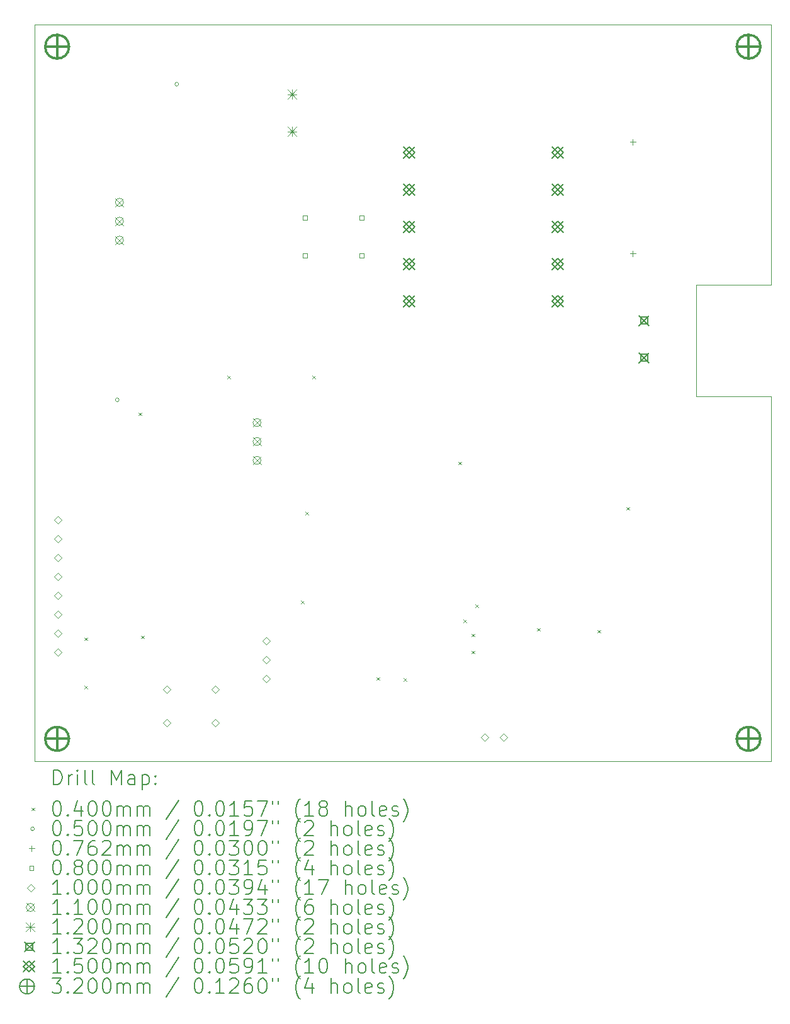
<source format=gbr>
%FSLAX45Y45*%
G04 Gerber Fmt 4.5, Leading zero omitted, Abs format (unit mm)*
G04 Created by KiCad (PCBNEW (6.0.4-0)) date 2022-09-08 11:41:53*
%MOMM*%
%LPD*%
G01*
G04 APERTURE LIST*
%TA.AperFunction,Profile*%
%ADD10C,0.100000*%
%TD*%
%ADD11C,0.200000*%
%ADD12C,0.040000*%
%ADD13C,0.050000*%
%ADD14C,0.076200*%
%ADD15C,0.080000*%
%ADD16C,0.100000*%
%ADD17C,0.110000*%
%ADD18C,0.120000*%
%ADD19C,0.132000*%
%ADD20C,0.150000*%
%ADD21C,0.320000*%
G04 APERTURE END LIST*
D10*
X5000000Y-14900000D02*
X5000000Y-5000000D01*
X14900000Y-14900000D02*
X5000000Y-14900000D01*
X14900000Y-10000000D02*
X14900000Y-14900000D01*
X13900000Y-10000000D02*
X14900000Y-10000000D01*
X13900000Y-10000000D02*
X13900000Y-8500000D01*
X13900000Y-8500000D02*
X14900000Y-8500000D01*
X14900000Y-5000000D02*
X14900000Y-8500000D01*
X5000000Y-5000000D02*
X14900000Y-5000000D01*
D11*
D12*
X5669600Y-13238800D02*
X5709600Y-13278800D01*
X5709600Y-13238800D02*
X5669600Y-13278800D01*
X5669600Y-13886500D02*
X5709600Y-13926500D01*
X5709600Y-13886500D02*
X5669600Y-13926500D01*
X6393500Y-10216200D02*
X6433500Y-10256200D01*
X6433500Y-10216200D02*
X6393500Y-10256200D01*
X6431600Y-13213400D02*
X6471600Y-13253400D01*
X6471600Y-13213400D02*
X6431600Y-13253400D01*
X7587300Y-9720900D02*
X7627300Y-9760900D01*
X7627300Y-9720900D02*
X7587300Y-9760900D01*
X8577900Y-12743500D02*
X8617900Y-12783500D01*
X8617900Y-12743500D02*
X8577900Y-12783500D01*
X8641400Y-11549700D02*
X8681400Y-11589700D01*
X8681400Y-11549700D02*
X8641400Y-11589700D01*
X8730300Y-9720900D02*
X8770300Y-9760900D01*
X8770300Y-9720900D02*
X8730300Y-9760900D01*
X9593900Y-13772200D02*
X9633900Y-13812200D01*
X9633900Y-13772200D02*
X9593900Y-13812200D01*
X9962200Y-13784900D02*
X10002200Y-13824900D01*
X10002200Y-13784900D02*
X9962200Y-13824900D01*
X10698800Y-10876600D02*
X10738800Y-10916600D01*
X10738800Y-10876600D02*
X10698800Y-10916600D01*
X10762300Y-12997500D02*
X10802300Y-13037500D01*
X10802300Y-12997500D02*
X10762300Y-13037500D01*
X10876600Y-13188000D02*
X10916600Y-13228000D01*
X10916600Y-13188000D02*
X10876600Y-13228000D01*
X10876600Y-13416600D02*
X10916600Y-13456600D01*
X10916600Y-13416600D02*
X10876600Y-13456600D01*
X10927400Y-12794300D02*
X10967400Y-12834300D01*
X10967400Y-12794300D02*
X10927400Y-12834300D01*
X11752900Y-13111800D02*
X11792900Y-13151800D01*
X11792900Y-13111800D02*
X11752900Y-13151800D01*
X12565700Y-13137200D02*
X12605700Y-13177200D01*
X12605700Y-13137200D02*
X12565700Y-13177200D01*
X12959400Y-11486200D02*
X12999400Y-11526200D01*
X12999400Y-11486200D02*
X12959400Y-11526200D01*
D13*
X6133700Y-10045700D02*
G75*
G03*
X6133700Y-10045700I-25000J0D01*
G01*
X6933800Y-5803900D02*
G75*
G03*
X6933800Y-5803900I-25000J0D01*
G01*
D14*
X13042900Y-6541200D02*
X13042900Y-6617400D01*
X13004800Y-6579300D02*
X13081000Y-6579300D01*
X13042900Y-8039800D02*
X13042900Y-8116000D01*
X13004800Y-8077900D02*
X13081000Y-8077900D01*
D15*
X8664285Y-7624184D02*
X8664285Y-7567615D01*
X8607716Y-7567615D01*
X8607716Y-7624184D01*
X8664285Y-7624184D01*
X8664285Y-8132184D02*
X8664285Y-8075615D01*
X8607716Y-8075615D01*
X8607716Y-8132184D01*
X8664285Y-8132184D01*
X9426285Y-7624184D02*
X9426285Y-7567615D01*
X9369716Y-7567615D01*
X9369716Y-7624184D01*
X9426285Y-7624184D01*
X9426285Y-8132184D02*
X9426285Y-8075615D01*
X9369716Y-8075615D01*
X9369716Y-8132184D01*
X9426285Y-8132184D01*
D16*
X5308600Y-11707100D02*
X5358600Y-11657100D01*
X5308600Y-11607100D01*
X5258600Y-11657100D01*
X5308600Y-11707100D01*
X5308600Y-11961100D02*
X5358600Y-11911100D01*
X5308600Y-11861100D01*
X5258600Y-11911100D01*
X5308600Y-11961100D01*
X5308600Y-12215100D02*
X5358600Y-12165100D01*
X5308600Y-12115100D01*
X5258600Y-12165100D01*
X5308600Y-12215100D01*
X5308600Y-12469100D02*
X5358600Y-12419100D01*
X5308600Y-12369100D01*
X5258600Y-12419100D01*
X5308600Y-12469100D01*
X5308600Y-12723100D02*
X5358600Y-12673100D01*
X5308600Y-12623100D01*
X5258600Y-12673100D01*
X5308600Y-12723100D01*
X5308600Y-12977100D02*
X5358600Y-12927100D01*
X5308600Y-12877100D01*
X5258600Y-12927100D01*
X5308600Y-12977100D01*
X5308600Y-13231100D02*
X5358600Y-13181100D01*
X5308600Y-13131100D01*
X5258600Y-13181100D01*
X5308600Y-13231100D01*
X5308600Y-13485100D02*
X5358600Y-13435100D01*
X5308600Y-13385100D01*
X5258600Y-13435100D01*
X5308600Y-13485100D01*
X6774300Y-13985500D02*
X6824300Y-13935500D01*
X6774300Y-13885500D01*
X6724300Y-13935500D01*
X6774300Y-13985500D01*
X6774300Y-14435500D02*
X6824300Y-14385500D01*
X6774300Y-14335500D01*
X6724300Y-14385500D01*
X6774300Y-14435500D01*
X7424300Y-13985500D02*
X7474300Y-13935500D01*
X7424300Y-13885500D01*
X7374300Y-13935500D01*
X7424300Y-13985500D01*
X7424300Y-14435500D02*
X7474300Y-14385500D01*
X7424300Y-14335500D01*
X7374300Y-14385500D01*
X7424300Y-14435500D01*
X8115300Y-13334200D02*
X8165300Y-13284200D01*
X8115300Y-13234200D01*
X8065300Y-13284200D01*
X8115300Y-13334200D01*
X8115300Y-13588200D02*
X8165300Y-13538200D01*
X8115300Y-13488200D01*
X8065300Y-13538200D01*
X8115300Y-13588200D01*
X8115300Y-13842200D02*
X8165300Y-13792200D01*
X8115300Y-13742200D01*
X8065300Y-13792200D01*
X8115300Y-13842200D01*
X11048500Y-14629600D02*
X11098500Y-14579600D01*
X11048500Y-14529600D01*
X10998500Y-14579600D01*
X11048500Y-14629600D01*
X11302500Y-14629600D02*
X11352500Y-14579600D01*
X11302500Y-14529600D01*
X11252500Y-14579600D01*
X11302500Y-14629600D01*
D17*
X6083200Y-7336400D02*
X6193200Y-7446400D01*
X6193200Y-7336400D02*
X6083200Y-7446400D01*
X6193200Y-7391400D02*
G75*
G03*
X6193200Y-7391400I-55000J0D01*
G01*
X6083200Y-7590400D02*
X6193200Y-7700400D01*
X6193200Y-7590400D02*
X6083200Y-7700400D01*
X6193200Y-7645400D02*
G75*
G03*
X6193200Y-7645400I-55000J0D01*
G01*
X6083200Y-7844400D02*
X6193200Y-7954400D01*
X6193200Y-7844400D02*
X6083200Y-7954400D01*
X6193200Y-7899400D02*
G75*
G03*
X6193200Y-7899400I-55000J0D01*
G01*
X7933300Y-10295500D02*
X8043300Y-10405500D01*
X8043300Y-10295500D02*
X7933300Y-10405500D01*
X8043300Y-10350500D02*
G75*
G03*
X8043300Y-10350500I-55000J0D01*
G01*
X7933300Y-10549500D02*
X8043300Y-10659500D01*
X8043300Y-10549500D02*
X7933300Y-10659500D01*
X8043300Y-10604500D02*
G75*
G03*
X8043300Y-10604500I-55000J0D01*
G01*
X7933300Y-10803500D02*
X8043300Y-10913500D01*
X8043300Y-10803500D02*
X7933300Y-10913500D01*
X8043300Y-10858500D02*
G75*
G03*
X8043300Y-10858500I-55000J0D01*
G01*
D18*
X8398200Y-5878900D02*
X8518200Y-5998900D01*
X8518200Y-5878900D02*
X8398200Y-5998900D01*
X8458200Y-5878900D02*
X8458200Y-5998900D01*
X8398200Y-5938900D02*
X8518200Y-5938900D01*
X8398200Y-6378900D02*
X8518200Y-6498900D01*
X8518200Y-6378900D02*
X8398200Y-6498900D01*
X8458200Y-6378900D02*
X8458200Y-6498900D01*
X8398200Y-6438900D02*
X8518200Y-6438900D01*
D19*
X13129300Y-8915800D02*
X13261300Y-9047800D01*
X13261300Y-8915800D02*
X13129300Y-9047800D01*
X13241969Y-9028470D02*
X13241969Y-8935131D01*
X13148630Y-8935131D01*
X13148630Y-9028470D01*
X13241969Y-9028470D01*
X13129300Y-9415800D02*
X13261300Y-9547800D01*
X13261300Y-9415800D02*
X13129300Y-9547800D01*
X13241969Y-9528470D02*
X13241969Y-9435131D01*
X13148630Y-9435131D01*
X13148630Y-9528470D01*
X13241969Y-9528470D01*
D20*
X9961300Y-6646600D02*
X10111300Y-6796600D01*
X10111300Y-6646600D02*
X9961300Y-6796600D01*
X10036300Y-6796600D02*
X10111300Y-6721600D01*
X10036300Y-6646600D01*
X9961300Y-6721600D01*
X10036300Y-6796600D01*
X9961300Y-7146600D02*
X10111300Y-7296600D01*
X10111300Y-7146600D02*
X9961300Y-7296600D01*
X10036300Y-7296600D02*
X10111300Y-7221600D01*
X10036300Y-7146600D01*
X9961300Y-7221600D01*
X10036300Y-7296600D01*
X9961300Y-7646600D02*
X10111300Y-7796600D01*
X10111300Y-7646600D02*
X9961300Y-7796600D01*
X10036300Y-7796600D02*
X10111300Y-7721600D01*
X10036300Y-7646600D01*
X9961300Y-7721600D01*
X10036300Y-7796600D01*
X9961300Y-8146600D02*
X10111300Y-8296600D01*
X10111300Y-8146600D02*
X9961300Y-8296600D01*
X10036300Y-8296600D02*
X10111300Y-8221600D01*
X10036300Y-8146600D01*
X9961300Y-8221600D01*
X10036300Y-8296600D01*
X9961300Y-8646600D02*
X10111300Y-8796600D01*
X10111300Y-8646600D02*
X9961300Y-8796600D01*
X10036300Y-8796600D02*
X10111300Y-8721600D01*
X10036300Y-8646600D01*
X9961300Y-8721600D01*
X10036300Y-8796600D01*
X11961300Y-6646600D02*
X12111300Y-6796600D01*
X12111300Y-6646600D02*
X11961300Y-6796600D01*
X12036300Y-6796600D02*
X12111300Y-6721600D01*
X12036300Y-6646600D01*
X11961300Y-6721600D01*
X12036300Y-6796600D01*
X11961300Y-7146600D02*
X12111300Y-7296600D01*
X12111300Y-7146600D02*
X11961300Y-7296600D01*
X12036300Y-7296600D02*
X12111300Y-7221600D01*
X12036300Y-7146600D01*
X11961300Y-7221600D01*
X12036300Y-7296600D01*
X11961300Y-7646600D02*
X12111300Y-7796600D01*
X12111300Y-7646600D02*
X11961300Y-7796600D01*
X12036300Y-7796600D02*
X12111300Y-7721600D01*
X12036300Y-7646600D01*
X11961300Y-7721600D01*
X12036300Y-7796600D01*
X11961300Y-8146600D02*
X12111300Y-8296600D01*
X12111300Y-8146600D02*
X11961300Y-8296600D01*
X12036300Y-8296600D02*
X12111300Y-8221600D01*
X12036300Y-8146600D01*
X11961300Y-8221600D01*
X12036300Y-8296600D01*
X11961300Y-8646600D02*
X12111300Y-8796600D01*
X12111300Y-8646600D02*
X11961300Y-8796600D01*
X12036300Y-8796600D02*
X12111300Y-8721600D01*
X12036300Y-8646600D01*
X11961300Y-8721600D01*
X12036300Y-8796600D01*
D21*
X5300000Y-5140000D02*
X5300000Y-5460000D01*
X5140000Y-5300000D02*
X5460000Y-5300000D01*
X5460000Y-5300000D02*
G75*
G03*
X5460000Y-5300000I-160000J0D01*
G01*
X5300000Y-14440000D02*
X5300000Y-14760000D01*
X5140000Y-14600000D02*
X5460000Y-14600000D01*
X5460000Y-14600000D02*
G75*
G03*
X5460000Y-14600000I-160000J0D01*
G01*
X14600000Y-5140000D02*
X14600000Y-5460000D01*
X14440000Y-5300000D02*
X14760000Y-5300000D01*
X14760000Y-5300000D02*
G75*
G03*
X14760000Y-5300000I-160000J0D01*
G01*
X14600000Y-14440000D02*
X14600000Y-14760000D01*
X14440000Y-14600000D02*
X14760000Y-14600000D01*
X14760000Y-14600000D02*
G75*
G03*
X14760000Y-14600000I-160000J0D01*
G01*
D11*
X5252619Y-15215476D02*
X5252619Y-15015476D01*
X5300238Y-15015476D01*
X5328810Y-15025000D01*
X5347857Y-15044048D01*
X5357381Y-15063095D01*
X5366905Y-15101190D01*
X5366905Y-15129762D01*
X5357381Y-15167857D01*
X5347857Y-15186905D01*
X5328810Y-15205952D01*
X5300238Y-15215476D01*
X5252619Y-15215476D01*
X5452619Y-15215476D02*
X5452619Y-15082143D01*
X5452619Y-15120238D02*
X5462143Y-15101190D01*
X5471667Y-15091667D01*
X5490714Y-15082143D01*
X5509762Y-15082143D01*
X5576429Y-15215476D02*
X5576429Y-15082143D01*
X5576429Y-15015476D02*
X5566905Y-15025000D01*
X5576429Y-15034524D01*
X5585952Y-15025000D01*
X5576429Y-15015476D01*
X5576429Y-15034524D01*
X5700238Y-15215476D02*
X5681190Y-15205952D01*
X5671667Y-15186905D01*
X5671667Y-15015476D01*
X5805000Y-15215476D02*
X5785952Y-15205952D01*
X5776428Y-15186905D01*
X5776428Y-15015476D01*
X6033571Y-15215476D02*
X6033571Y-15015476D01*
X6100238Y-15158333D01*
X6166905Y-15015476D01*
X6166905Y-15215476D01*
X6347857Y-15215476D02*
X6347857Y-15110714D01*
X6338333Y-15091667D01*
X6319286Y-15082143D01*
X6281190Y-15082143D01*
X6262143Y-15091667D01*
X6347857Y-15205952D02*
X6328809Y-15215476D01*
X6281190Y-15215476D01*
X6262143Y-15205952D01*
X6252619Y-15186905D01*
X6252619Y-15167857D01*
X6262143Y-15148809D01*
X6281190Y-15139286D01*
X6328809Y-15139286D01*
X6347857Y-15129762D01*
X6443095Y-15082143D02*
X6443095Y-15282143D01*
X6443095Y-15091667D02*
X6462143Y-15082143D01*
X6500238Y-15082143D01*
X6519286Y-15091667D01*
X6528809Y-15101190D01*
X6538333Y-15120238D01*
X6538333Y-15177381D01*
X6528809Y-15196428D01*
X6519286Y-15205952D01*
X6500238Y-15215476D01*
X6462143Y-15215476D01*
X6443095Y-15205952D01*
X6624048Y-15196428D02*
X6633571Y-15205952D01*
X6624048Y-15215476D01*
X6614524Y-15205952D01*
X6624048Y-15196428D01*
X6624048Y-15215476D01*
X6624048Y-15091667D02*
X6633571Y-15101190D01*
X6624048Y-15110714D01*
X6614524Y-15101190D01*
X6624048Y-15091667D01*
X6624048Y-15110714D01*
D12*
X4955000Y-15525000D02*
X4995000Y-15565000D01*
X4995000Y-15525000D02*
X4955000Y-15565000D01*
D11*
X5290714Y-15435476D02*
X5309762Y-15435476D01*
X5328810Y-15445000D01*
X5338333Y-15454524D01*
X5347857Y-15473571D01*
X5357381Y-15511667D01*
X5357381Y-15559286D01*
X5347857Y-15597381D01*
X5338333Y-15616428D01*
X5328810Y-15625952D01*
X5309762Y-15635476D01*
X5290714Y-15635476D01*
X5271667Y-15625952D01*
X5262143Y-15616428D01*
X5252619Y-15597381D01*
X5243095Y-15559286D01*
X5243095Y-15511667D01*
X5252619Y-15473571D01*
X5262143Y-15454524D01*
X5271667Y-15445000D01*
X5290714Y-15435476D01*
X5443095Y-15616428D02*
X5452619Y-15625952D01*
X5443095Y-15635476D01*
X5433571Y-15625952D01*
X5443095Y-15616428D01*
X5443095Y-15635476D01*
X5624048Y-15502143D02*
X5624048Y-15635476D01*
X5576429Y-15425952D02*
X5528810Y-15568809D01*
X5652619Y-15568809D01*
X5766905Y-15435476D02*
X5785952Y-15435476D01*
X5805000Y-15445000D01*
X5814524Y-15454524D01*
X5824048Y-15473571D01*
X5833571Y-15511667D01*
X5833571Y-15559286D01*
X5824048Y-15597381D01*
X5814524Y-15616428D01*
X5805000Y-15625952D01*
X5785952Y-15635476D01*
X5766905Y-15635476D01*
X5747857Y-15625952D01*
X5738333Y-15616428D01*
X5728809Y-15597381D01*
X5719286Y-15559286D01*
X5719286Y-15511667D01*
X5728809Y-15473571D01*
X5738333Y-15454524D01*
X5747857Y-15445000D01*
X5766905Y-15435476D01*
X5957381Y-15435476D02*
X5976428Y-15435476D01*
X5995476Y-15445000D01*
X6005000Y-15454524D01*
X6014524Y-15473571D01*
X6024048Y-15511667D01*
X6024048Y-15559286D01*
X6014524Y-15597381D01*
X6005000Y-15616428D01*
X5995476Y-15625952D01*
X5976428Y-15635476D01*
X5957381Y-15635476D01*
X5938333Y-15625952D01*
X5928809Y-15616428D01*
X5919286Y-15597381D01*
X5909762Y-15559286D01*
X5909762Y-15511667D01*
X5919286Y-15473571D01*
X5928809Y-15454524D01*
X5938333Y-15445000D01*
X5957381Y-15435476D01*
X6109762Y-15635476D02*
X6109762Y-15502143D01*
X6109762Y-15521190D02*
X6119286Y-15511667D01*
X6138333Y-15502143D01*
X6166905Y-15502143D01*
X6185952Y-15511667D01*
X6195476Y-15530714D01*
X6195476Y-15635476D01*
X6195476Y-15530714D02*
X6205000Y-15511667D01*
X6224048Y-15502143D01*
X6252619Y-15502143D01*
X6271667Y-15511667D01*
X6281190Y-15530714D01*
X6281190Y-15635476D01*
X6376428Y-15635476D02*
X6376428Y-15502143D01*
X6376428Y-15521190D02*
X6385952Y-15511667D01*
X6405000Y-15502143D01*
X6433571Y-15502143D01*
X6452619Y-15511667D01*
X6462143Y-15530714D01*
X6462143Y-15635476D01*
X6462143Y-15530714D02*
X6471667Y-15511667D01*
X6490714Y-15502143D01*
X6519286Y-15502143D01*
X6538333Y-15511667D01*
X6547857Y-15530714D01*
X6547857Y-15635476D01*
X6938333Y-15425952D02*
X6766905Y-15683095D01*
X7195476Y-15435476D02*
X7214524Y-15435476D01*
X7233571Y-15445000D01*
X7243095Y-15454524D01*
X7252619Y-15473571D01*
X7262143Y-15511667D01*
X7262143Y-15559286D01*
X7252619Y-15597381D01*
X7243095Y-15616428D01*
X7233571Y-15625952D01*
X7214524Y-15635476D01*
X7195476Y-15635476D01*
X7176428Y-15625952D01*
X7166905Y-15616428D01*
X7157381Y-15597381D01*
X7147857Y-15559286D01*
X7147857Y-15511667D01*
X7157381Y-15473571D01*
X7166905Y-15454524D01*
X7176428Y-15445000D01*
X7195476Y-15435476D01*
X7347857Y-15616428D02*
X7357381Y-15625952D01*
X7347857Y-15635476D01*
X7338333Y-15625952D01*
X7347857Y-15616428D01*
X7347857Y-15635476D01*
X7481190Y-15435476D02*
X7500238Y-15435476D01*
X7519286Y-15445000D01*
X7528809Y-15454524D01*
X7538333Y-15473571D01*
X7547857Y-15511667D01*
X7547857Y-15559286D01*
X7538333Y-15597381D01*
X7528809Y-15616428D01*
X7519286Y-15625952D01*
X7500238Y-15635476D01*
X7481190Y-15635476D01*
X7462143Y-15625952D01*
X7452619Y-15616428D01*
X7443095Y-15597381D01*
X7433571Y-15559286D01*
X7433571Y-15511667D01*
X7443095Y-15473571D01*
X7452619Y-15454524D01*
X7462143Y-15445000D01*
X7481190Y-15435476D01*
X7738333Y-15635476D02*
X7624048Y-15635476D01*
X7681190Y-15635476D02*
X7681190Y-15435476D01*
X7662143Y-15464048D01*
X7643095Y-15483095D01*
X7624048Y-15492619D01*
X7919286Y-15435476D02*
X7824048Y-15435476D01*
X7814524Y-15530714D01*
X7824048Y-15521190D01*
X7843095Y-15511667D01*
X7890714Y-15511667D01*
X7909762Y-15521190D01*
X7919286Y-15530714D01*
X7928809Y-15549762D01*
X7928809Y-15597381D01*
X7919286Y-15616428D01*
X7909762Y-15625952D01*
X7890714Y-15635476D01*
X7843095Y-15635476D01*
X7824048Y-15625952D01*
X7814524Y-15616428D01*
X7995476Y-15435476D02*
X8128809Y-15435476D01*
X8043095Y-15635476D01*
X8195476Y-15435476D02*
X8195476Y-15473571D01*
X8271667Y-15435476D02*
X8271667Y-15473571D01*
X8566905Y-15711667D02*
X8557381Y-15702143D01*
X8538333Y-15673571D01*
X8528810Y-15654524D01*
X8519286Y-15625952D01*
X8509762Y-15578333D01*
X8509762Y-15540238D01*
X8519286Y-15492619D01*
X8528810Y-15464048D01*
X8538333Y-15445000D01*
X8557381Y-15416428D01*
X8566905Y-15406905D01*
X8747857Y-15635476D02*
X8633571Y-15635476D01*
X8690714Y-15635476D02*
X8690714Y-15435476D01*
X8671667Y-15464048D01*
X8652619Y-15483095D01*
X8633571Y-15492619D01*
X8862143Y-15521190D02*
X8843095Y-15511667D01*
X8833571Y-15502143D01*
X8824048Y-15483095D01*
X8824048Y-15473571D01*
X8833571Y-15454524D01*
X8843095Y-15445000D01*
X8862143Y-15435476D01*
X8900238Y-15435476D01*
X8919286Y-15445000D01*
X8928810Y-15454524D01*
X8938333Y-15473571D01*
X8938333Y-15483095D01*
X8928810Y-15502143D01*
X8919286Y-15511667D01*
X8900238Y-15521190D01*
X8862143Y-15521190D01*
X8843095Y-15530714D01*
X8833571Y-15540238D01*
X8824048Y-15559286D01*
X8824048Y-15597381D01*
X8833571Y-15616428D01*
X8843095Y-15625952D01*
X8862143Y-15635476D01*
X8900238Y-15635476D01*
X8919286Y-15625952D01*
X8928810Y-15616428D01*
X8938333Y-15597381D01*
X8938333Y-15559286D01*
X8928810Y-15540238D01*
X8919286Y-15530714D01*
X8900238Y-15521190D01*
X9176429Y-15635476D02*
X9176429Y-15435476D01*
X9262143Y-15635476D02*
X9262143Y-15530714D01*
X9252619Y-15511667D01*
X9233571Y-15502143D01*
X9205000Y-15502143D01*
X9185952Y-15511667D01*
X9176429Y-15521190D01*
X9385952Y-15635476D02*
X9366905Y-15625952D01*
X9357381Y-15616428D01*
X9347857Y-15597381D01*
X9347857Y-15540238D01*
X9357381Y-15521190D01*
X9366905Y-15511667D01*
X9385952Y-15502143D01*
X9414524Y-15502143D01*
X9433571Y-15511667D01*
X9443095Y-15521190D01*
X9452619Y-15540238D01*
X9452619Y-15597381D01*
X9443095Y-15616428D01*
X9433571Y-15625952D01*
X9414524Y-15635476D01*
X9385952Y-15635476D01*
X9566905Y-15635476D02*
X9547857Y-15625952D01*
X9538333Y-15606905D01*
X9538333Y-15435476D01*
X9719286Y-15625952D02*
X9700238Y-15635476D01*
X9662143Y-15635476D01*
X9643095Y-15625952D01*
X9633571Y-15606905D01*
X9633571Y-15530714D01*
X9643095Y-15511667D01*
X9662143Y-15502143D01*
X9700238Y-15502143D01*
X9719286Y-15511667D01*
X9728810Y-15530714D01*
X9728810Y-15549762D01*
X9633571Y-15568809D01*
X9805000Y-15625952D02*
X9824048Y-15635476D01*
X9862143Y-15635476D01*
X9881190Y-15625952D01*
X9890714Y-15606905D01*
X9890714Y-15597381D01*
X9881190Y-15578333D01*
X9862143Y-15568809D01*
X9833571Y-15568809D01*
X9814524Y-15559286D01*
X9805000Y-15540238D01*
X9805000Y-15530714D01*
X9814524Y-15511667D01*
X9833571Y-15502143D01*
X9862143Y-15502143D01*
X9881190Y-15511667D01*
X9957381Y-15711667D02*
X9966905Y-15702143D01*
X9985952Y-15673571D01*
X9995476Y-15654524D01*
X10005000Y-15625952D01*
X10014524Y-15578333D01*
X10014524Y-15540238D01*
X10005000Y-15492619D01*
X9995476Y-15464048D01*
X9985952Y-15445000D01*
X9966905Y-15416428D01*
X9957381Y-15406905D01*
D13*
X4995000Y-15809000D02*
G75*
G03*
X4995000Y-15809000I-25000J0D01*
G01*
D11*
X5290714Y-15699476D02*
X5309762Y-15699476D01*
X5328810Y-15709000D01*
X5338333Y-15718524D01*
X5347857Y-15737571D01*
X5357381Y-15775667D01*
X5357381Y-15823286D01*
X5347857Y-15861381D01*
X5338333Y-15880428D01*
X5328810Y-15889952D01*
X5309762Y-15899476D01*
X5290714Y-15899476D01*
X5271667Y-15889952D01*
X5262143Y-15880428D01*
X5252619Y-15861381D01*
X5243095Y-15823286D01*
X5243095Y-15775667D01*
X5252619Y-15737571D01*
X5262143Y-15718524D01*
X5271667Y-15709000D01*
X5290714Y-15699476D01*
X5443095Y-15880428D02*
X5452619Y-15889952D01*
X5443095Y-15899476D01*
X5433571Y-15889952D01*
X5443095Y-15880428D01*
X5443095Y-15899476D01*
X5633571Y-15699476D02*
X5538333Y-15699476D01*
X5528810Y-15794714D01*
X5538333Y-15785190D01*
X5557381Y-15775667D01*
X5605000Y-15775667D01*
X5624048Y-15785190D01*
X5633571Y-15794714D01*
X5643095Y-15813762D01*
X5643095Y-15861381D01*
X5633571Y-15880428D01*
X5624048Y-15889952D01*
X5605000Y-15899476D01*
X5557381Y-15899476D01*
X5538333Y-15889952D01*
X5528810Y-15880428D01*
X5766905Y-15699476D02*
X5785952Y-15699476D01*
X5805000Y-15709000D01*
X5814524Y-15718524D01*
X5824048Y-15737571D01*
X5833571Y-15775667D01*
X5833571Y-15823286D01*
X5824048Y-15861381D01*
X5814524Y-15880428D01*
X5805000Y-15889952D01*
X5785952Y-15899476D01*
X5766905Y-15899476D01*
X5747857Y-15889952D01*
X5738333Y-15880428D01*
X5728809Y-15861381D01*
X5719286Y-15823286D01*
X5719286Y-15775667D01*
X5728809Y-15737571D01*
X5738333Y-15718524D01*
X5747857Y-15709000D01*
X5766905Y-15699476D01*
X5957381Y-15699476D02*
X5976428Y-15699476D01*
X5995476Y-15709000D01*
X6005000Y-15718524D01*
X6014524Y-15737571D01*
X6024048Y-15775667D01*
X6024048Y-15823286D01*
X6014524Y-15861381D01*
X6005000Y-15880428D01*
X5995476Y-15889952D01*
X5976428Y-15899476D01*
X5957381Y-15899476D01*
X5938333Y-15889952D01*
X5928809Y-15880428D01*
X5919286Y-15861381D01*
X5909762Y-15823286D01*
X5909762Y-15775667D01*
X5919286Y-15737571D01*
X5928809Y-15718524D01*
X5938333Y-15709000D01*
X5957381Y-15699476D01*
X6109762Y-15899476D02*
X6109762Y-15766143D01*
X6109762Y-15785190D02*
X6119286Y-15775667D01*
X6138333Y-15766143D01*
X6166905Y-15766143D01*
X6185952Y-15775667D01*
X6195476Y-15794714D01*
X6195476Y-15899476D01*
X6195476Y-15794714D02*
X6205000Y-15775667D01*
X6224048Y-15766143D01*
X6252619Y-15766143D01*
X6271667Y-15775667D01*
X6281190Y-15794714D01*
X6281190Y-15899476D01*
X6376428Y-15899476D02*
X6376428Y-15766143D01*
X6376428Y-15785190D02*
X6385952Y-15775667D01*
X6405000Y-15766143D01*
X6433571Y-15766143D01*
X6452619Y-15775667D01*
X6462143Y-15794714D01*
X6462143Y-15899476D01*
X6462143Y-15794714D02*
X6471667Y-15775667D01*
X6490714Y-15766143D01*
X6519286Y-15766143D01*
X6538333Y-15775667D01*
X6547857Y-15794714D01*
X6547857Y-15899476D01*
X6938333Y-15689952D02*
X6766905Y-15947095D01*
X7195476Y-15699476D02*
X7214524Y-15699476D01*
X7233571Y-15709000D01*
X7243095Y-15718524D01*
X7252619Y-15737571D01*
X7262143Y-15775667D01*
X7262143Y-15823286D01*
X7252619Y-15861381D01*
X7243095Y-15880428D01*
X7233571Y-15889952D01*
X7214524Y-15899476D01*
X7195476Y-15899476D01*
X7176428Y-15889952D01*
X7166905Y-15880428D01*
X7157381Y-15861381D01*
X7147857Y-15823286D01*
X7147857Y-15775667D01*
X7157381Y-15737571D01*
X7166905Y-15718524D01*
X7176428Y-15709000D01*
X7195476Y-15699476D01*
X7347857Y-15880428D02*
X7357381Y-15889952D01*
X7347857Y-15899476D01*
X7338333Y-15889952D01*
X7347857Y-15880428D01*
X7347857Y-15899476D01*
X7481190Y-15699476D02*
X7500238Y-15699476D01*
X7519286Y-15709000D01*
X7528809Y-15718524D01*
X7538333Y-15737571D01*
X7547857Y-15775667D01*
X7547857Y-15823286D01*
X7538333Y-15861381D01*
X7528809Y-15880428D01*
X7519286Y-15889952D01*
X7500238Y-15899476D01*
X7481190Y-15899476D01*
X7462143Y-15889952D01*
X7452619Y-15880428D01*
X7443095Y-15861381D01*
X7433571Y-15823286D01*
X7433571Y-15775667D01*
X7443095Y-15737571D01*
X7452619Y-15718524D01*
X7462143Y-15709000D01*
X7481190Y-15699476D01*
X7738333Y-15899476D02*
X7624048Y-15899476D01*
X7681190Y-15899476D02*
X7681190Y-15699476D01*
X7662143Y-15728048D01*
X7643095Y-15747095D01*
X7624048Y-15756619D01*
X7833571Y-15899476D02*
X7871667Y-15899476D01*
X7890714Y-15889952D01*
X7900238Y-15880428D01*
X7919286Y-15851857D01*
X7928809Y-15813762D01*
X7928809Y-15737571D01*
X7919286Y-15718524D01*
X7909762Y-15709000D01*
X7890714Y-15699476D01*
X7852619Y-15699476D01*
X7833571Y-15709000D01*
X7824048Y-15718524D01*
X7814524Y-15737571D01*
X7814524Y-15785190D01*
X7824048Y-15804238D01*
X7833571Y-15813762D01*
X7852619Y-15823286D01*
X7890714Y-15823286D01*
X7909762Y-15813762D01*
X7919286Y-15804238D01*
X7928809Y-15785190D01*
X7995476Y-15699476D02*
X8128809Y-15699476D01*
X8043095Y-15899476D01*
X8195476Y-15699476D02*
X8195476Y-15737571D01*
X8271667Y-15699476D02*
X8271667Y-15737571D01*
X8566905Y-15975667D02*
X8557381Y-15966143D01*
X8538333Y-15937571D01*
X8528810Y-15918524D01*
X8519286Y-15889952D01*
X8509762Y-15842333D01*
X8509762Y-15804238D01*
X8519286Y-15756619D01*
X8528810Y-15728048D01*
X8538333Y-15709000D01*
X8557381Y-15680428D01*
X8566905Y-15670905D01*
X8633571Y-15718524D02*
X8643095Y-15709000D01*
X8662143Y-15699476D01*
X8709762Y-15699476D01*
X8728810Y-15709000D01*
X8738333Y-15718524D01*
X8747857Y-15737571D01*
X8747857Y-15756619D01*
X8738333Y-15785190D01*
X8624048Y-15899476D01*
X8747857Y-15899476D01*
X8985952Y-15899476D02*
X8985952Y-15699476D01*
X9071667Y-15899476D02*
X9071667Y-15794714D01*
X9062143Y-15775667D01*
X9043095Y-15766143D01*
X9014524Y-15766143D01*
X8995476Y-15775667D01*
X8985952Y-15785190D01*
X9195476Y-15899476D02*
X9176429Y-15889952D01*
X9166905Y-15880428D01*
X9157381Y-15861381D01*
X9157381Y-15804238D01*
X9166905Y-15785190D01*
X9176429Y-15775667D01*
X9195476Y-15766143D01*
X9224048Y-15766143D01*
X9243095Y-15775667D01*
X9252619Y-15785190D01*
X9262143Y-15804238D01*
X9262143Y-15861381D01*
X9252619Y-15880428D01*
X9243095Y-15889952D01*
X9224048Y-15899476D01*
X9195476Y-15899476D01*
X9376429Y-15899476D02*
X9357381Y-15889952D01*
X9347857Y-15870905D01*
X9347857Y-15699476D01*
X9528810Y-15889952D02*
X9509762Y-15899476D01*
X9471667Y-15899476D01*
X9452619Y-15889952D01*
X9443095Y-15870905D01*
X9443095Y-15794714D01*
X9452619Y-15775667D01*
X9471667Y-15766143D01*
X9509762Y-15766143D01*
X9528810Y-15775667D01*
X9538333Y-15794714D01*
X9538333Y-15813762D01*
X9443095Y-15832809D01*
X9614524Y-15889952D02*
X9633571Y-15899476D01*
X9671667Y-15899476D01*
X9690714Y-15889952D01*
X9700238Y-15870905D01*
X9700238Y-15861381D01*
X9690714Y-15842333D01*
X9671667Y-15832809D01*
X9643095Y-15832809D01*
X9624048Y-15823286D01*
X9614524Y-15804238D01*
X9614524Y-15794714D01*
X9624048Y-15775667D01*
X9643095Y-15766143D01*
X9671667Y-15766143D01*
X9690714Y-15775667D01*
X9766905Y-15975667D02*
X9776429Y-15966143D01*
X9795476Y-15937571D01*
X9805000Y-15918524D01*
X9814524Y-15889952D01*
X9824048Y-15842333D01*
X9824048Y-15804238D01*
X9814524Y-15756619D01*
X9805000Y-15728048D01*
X9795476Y-15709000D01*
X9776429Y-15680428D01*
X9766905Y-15670905D01*
D14*
X4956900Y-16034900D02*
X4956900Y-16111100D01*
X4918800Y-16073000D02*
X4995000Y-16073000D01*
D11*
X5290714Y-15963476D02*
X5309762Y-15963476D01*
X5328810Y-15973000D01*
X5338333Y-15982524D01*
X5347857Y-16001571D01*
X5357381Y-16039667D01*
X5357381Y-16087286D01*
X5347857Y-16125381D01*
X5338333Y-16144428D01*
X5328810Y-16153952D01*
X5309762Y-16163476D01*
X5290714Y-16163476D01*
X5271667Y-16153952D01*
X5262143Y-16144428D01*
X5252619Y-16125381D01*
X5243095Y-16087286D01*
X5243095Y-16039667D01*
X5252619Y-16001571D01*
X5262143Y-15982524D01*
X5271667Y-15973000D01*
X5290714Y-15963476D01*
X5443095Y-16144428D02*
X5452619Y-16153952D01*
X5443095Y-16163476D01*
X5433571Y-16153952D01*
X5443095Y-16144428D01*
X5443095Y-16163476D01*
X5519286Y-15963476D02*
X5652619Y-15963476D01*
X5566905Y-16163476D01*
X5814524Y-15963476D02*
X5776428Y-15963476D01*
X5757381Y-15973000D01*
X5747857Y-15982524D01*
X5728809Y-16011095D01*
X5719286Y-16049190D01*
X5719286Y-16125381D01*
X5728809Y-16144428D01*
X5738333Y-16153952D01*
X5757381Y-16163476D01*
X5795476Y-16163476D01*
X5814524Y-16153952D01*
X5824048Y-16144428D01*
X5833571Y-16125381D01*
X5833571Y-16077762D01*
X5824048Y-16058714D01*
X5814524Y-16049190D01*
X5795476Y-16039667D01*
X5757381Y-16039667D01*
X5738333Y-16049190D01*
X5728809Y-16058714D01*
X5719286Y-16077762D01*
X5909762Y-15982524D02*
X5919286Y-15973000D01*
X5938333Y-15963476D01*
X5985952Y-15963476D01*
X6005000Y-15973000D01*
X6014524Y-15982524D01*
X6024048Y-16001571D01*
X6024048Y-16020619D01*
X6014524Y-16049190D01*
X5900238Y-16163476D01*
X6024048Y-16163476D01*
X6109762Y-16163476D02*
X6109762Y-16030143D01*
X6109762Y-16049190D02*
X6119286Y-16039667D01*
X6138333Y-16030143D01*
X6166905Y-16030143D01*
X6185952Y-16039667D01*
X6195476Y-16058714D01*
X6195476Y-16163476D01*
X6195476Y-16058714D02*
X6205000Y-16039667D01*
X6224048Y-16030143D01*
X6252619Y-16030143D01*
X6271667Y-16039667D01*
X6281190Y-16058714D01*
X6281190Y-16163476D01*
X6376428Y-16163476D02*
X6376428Y-16030143D01*
X6376428Y-16049190D02*
X6385952Y-16039667D01*
X6405000Y-16030143D01*
X6433571Y-16030143D01*
X6452619Y-16039667D01*
X6462143Y-16058714D01*
X6462143Y-16163476D01*
X6462143Y-16058714D02*
X6471667Y-16039667D01*
X6490714Y-16030143D01*
X6519286Y-16030143D01*
X6538333Y-16039667D01*
X6547857Y-16058714D01*
X6547857Y-16163476D01*
X6938333Y-15953952D02*
X6766905Y-16211095D01*
X7195476Y-15963476D02*
X7214524Y-15963476D01*
X7233571Y-15973000D01*
X7243095Y-15982524D01*
X7252619Y-16001571D01*
X7262143Y-16039667D01*
X7262143Y-16087286D01*
X7252619Y-16125381D01*
X7243095Y-16144428D01*
X7233571Y-16153952D01*
X7214524Y-16163476D01*
X7195476Y-16163476D01*
X7176428Y-16153952D01*
X7166905Y-16144428D01*
X7157381Y-16125381D01*
X7147857Y-16087286D01*
X7147857Y-16039667D01*
X7157381Y-16001571D01*
X7166905Y-15982524D01*
X7176428Y-15973000D01*
X7195476Y-15963476D01*
X7347857Y-16144428D02*
X7357381Y-16153952D01*
X7347857Y-16163476D01*
X7338333Y-16153952D01*
X7347857Y-16144428D01*
X7347857Y-16163476D01*
X7481190Y-15963476D02*
X7500238Y-15963476D01*
X7519286Y-15973000D01*
X7528809Y-15982524D01*
X7538333Y-16001571D01*
X7547857Y-16039667D01*
X7547857Y-16087286D01*
X7538333Y-16125381D01*
X7528809Y-16144428D01*
X7519286Y-16153952D01*
X7500238Y-16163476D01*
X7481190Y-16163476D01*
X7462143Y-16153952D01*
X7452619Y-16144428D01*
X7443095Y-16125381D01*
X7433571Y-16087286D01*
X7433571Y-16039667D01*
X7443095Y-16001571D01*
X7452619Y-15982524D01*
X7462143Y-15973000D01*
X7481190Y-15963476D01*
X7614524Y-15963476D02*
X7738333Y-15963476D01*
X7671667Y-16039667D01*
X7700238Y-16039667D01*
X7719286Y-16049190D01*
X7728809Y-16058714D01*
X7738333Y-16077762D01*
X7738333Y-16125381D01*
X7728809Y-16144428D01*
X7719286Y-16153952D01*
X7700238Y-16163476D01*
X7643095Y-16163476D01*
X7624048Y-16153952D01*
X7614524Y-16144428D01*
X7862143Y-15963476D02*
X7881190Y-15963476D01*
X7900238Y-15973000D01*
X7909762Y-15982524D01*
X7919286Y-16001571D01*
X7928809Y-16039667D01*
X7928809Y-16087286D01*
X7919286Y-16125381D01*
X7909762Y-16144428D01*
X7900238Y-16153952D01*
X7881190Y-16163476D01*
X7862143Y-16163476D01*
X7843095Y-16153952D01*
X7833571Y-16144428D01*
X7824048Y-16125381D01*
X7814524Y-16087286D01*
X7814524Y-16039667D01*
X7824048Y-16001571D01*
X7833571Y-15982524D01*
X7843095Y-15973000D01*
X7862143Y-15963476D01*
X8052619Y-15963476D02*
X8071667Y-15963476D01*
X8090714Y-15973000D01*
X8100238Y-15982524D01*
X8109762Y-16001571D01*
X8119286Y-16039667D01*
X8119286Y-16087286D01*
X8109762Y-16125381D01*
X8100238Y-16144428D01*
X8090714Y-16153952D01*
X8071667Y-16163476D01*
X8052619Y-16163476D01*
X8033571Y-16153952D01*
X8024048Y-16144428D01*
X8014524Y-16125381D01*
X8005000Y-16087286D01*
X8005000Y-16039667D01*
X8014524Y-16001571D01*
X8024048Y-15982524D01*
X8033571Y-15973000D01*
X8052619Y-15963476D01*
X8195476Y-15963476D02*
X8195476Y-16001571D01*
X8271667Y-15963476D02*
X8271667Y-16001571D01*
X8566905Y-16239667D02*
X8557381Y-16230143D01*
X8538333Y-16201571D01*
X8528810Y-16182524D01*
X8519286Y-16153952D01*
X8509762Y-16106333D01*
X8509762Y-16068238D01*
X8519286Y-16020619D01*
X8528810Y-15992048D01*
X8538333Y-15973000D01*
X8557381Y-15944428D01*
X8566905Y-15934905D01*
X8633571Y-15982524D02*
X8643095Y-15973000D01*
X8662143Y-15963476D01*
X8709762Y-15963476D01*
X8728810Y-15973000D01*
X8738333Y-15982524D01*
X8747857Y-16001571D01*
X8747857Y-16020619D01*
X8738333Y-16049190D01*
X8624048Y-16163476D01*
X8747857Y-16163476D01*
X8985952Y-16163476D02*
X8985952Y-15963476D01*
X9071667Y-16163476D02*
X9071667Y-16058714D01*
X9062143Y-16039667D01*
X9043095Y-16030143D01*
X9014524Y-16030143D01*
X8995476Y-16039667D01*
X8985952Y-16049190D01*
X9195476Y-16163476D02*
X9176429Y-16153952D01*
X9166905Y-16144428D01*
X9157381Y-16125381D01*
X9157381Y-16068238D01*
X9166905Y-16049190D01*
X9176429Y-16039667D01*
X9195476Y-16030143D01*
X9224048Y-16030143D01*
X9243095Y-16039667D01*
X9252619Y-16049190D01*
X9262143Y-16068238D01*
X9262143Y-16125381D01*
X9252619Y-16144428D01*
X9243095Y-16153952D01*
X9224048Y-16163476D01*
X9195476Y-16163476D01*
X9376429Y-16163476D02*
X9357381Y-16153952D01*
X9347857Y-16134905D01*
X9347857Y-15963476D01*
X9528810Y-16153952D02*
X9509762Y-16163476D01*
X9471667Y-16163476D01*
X9452619Y-16153952D01*
X9443095Y-16134905D01*
X9443095Y-16058714D01*
X9452619Y-16039667D01*
X9471667Y-16030143D01*
X9509762Y-16030143D01*
X9528810Y-16039667D01*
X9538333Y-16058714D01*
X9538333Y-16077762D01*
X9443095Y-16096809D01*
X9614524Y-16153952D02*
X9633571Y-16163476D01*
X9671667Y-16163476D01*
X9690714Y-16153952D01*
X9700238Y-16134905D01*
X9700238Y-16125381D01*
X9690714Y-16106333D01*
X9671667Y-16096809D01*
X9643095Y-16096809D01*
X9624048Y-16087286D01*
X9614524Y-16068238D01*
X9614524Y-16058714D01*
X9624048Y-16039667D01*
X9643095Y-16030143D01*
X9671667Y-16030143D01*
X9690714Y-16039667D01*
X9766905Y-16239667D02*
X9776429Y-16230143D01*
X9795476Y-16201571D01*
X9805000Y-16182524D01*
X9814524Y-16153952D01*
X9824048Y-16106333D01*
X9824048Y-16068238D01*
X9814524Y-16020619D01*
X9805000Y-15992048D01*
X9795476Y-15973000D01*
X9776429Y-15944428D01*
X9766905Y-15934905D01*
D15*
X4983285Y-16365284D02*
X4983285Y-16308715D01*
X4926716Y-16308715D01*
X4926716Y-16365284D01*
X4983285Y-16365284D01*
D11*
X5290714Y-16227476D02*
X5309762Y-16227476D01*
X5328810Y-16237000D01*
X5338333Y-16246524D01*
X5347857Y-16265571D01*
X5357381Y-16303667D01*
X5357381Y-16351286D01*
X5347857Y-16389381D01*
X5338333Y-16408428D01*
X5328810Y-16417952D01*
X5309762Y-16427476D01*
X5290714Y-16427476D01*
X5271667Y-16417952D01*
X5262143Y-16408428D01*
X5252619Y-16389381D01*
X5243095Y-16351286D01*
X5243095Y-16303667D01*
X5252619Y-16265571D01*
X5262143Y-16246524D01*
X5271667Y-16237000D01*
X5290714Y-16227476D01*
X5443095Y-16408428D02*
X5452619Y-16417952D01*
X5443095Y-16427476D01*
X5433571Y-16417952D01*
X5443095Y-16408428D01*
X5443095Y-16427476D01*
X5566905Y-16313190D02*
X5547857Y-16303667D01*
X5538333Y-16294143D01*
X5528810Y-16275095D01*
X5528810Y-16265571D01*
X5538333Y-16246524D01*
X5547857Y-16237000D01*
X5566905Y-16227476D01*
X5605000Y-16227476D01*
X5624048Y-16237000D01*
X5633571Y-16246524D01*
X5643095Y-16265571D01*
X5643095Y-16275095D01*
X5633571Y-16294143D01*
X5624048Y-16303667D01*
X5605000Y-16313190D01*
X5566905Y-16313190D01*
X5547857Y-16322714D01*
X5538333Y-16332238D01*
X5528810Y-16351286D01*
X5528810Y-16389381D01*
X5538333Y-16408428D01*
X5547857Y-16417952D01*
X5566905Y-16427476D01*
X5605000Y-16427476D01*
X5624048Y-16417952D01*
X5633571Y-16408428D01*
X5643095Y-16389381D01*
X5643095Y-16351286D01*
X5633571Y-16332238D01*
X5624048Y-16322714D01*
X5605000Y-16313190D01*
X5766905Y-16227476D02*
X5785952Y-16227476D01*
X5805000Y-16237000D01*
X5814524Y-16246524D01*
X5824048Y-16265571D01*
X5833571Y-16303667D01*
X5833571Y-16351286D01*
X5824048Y-16389381D01*
X5814524Y-16408428D01*
X5805000Y-16417952D01*
X5785952Y-16427476D01*
X5766905Y-16427476D01*
X5747857Y-16417952D01*
X5738333Y-16408428D01*
X5728809Y-16389381D01*
X5719286Y-16351286D01*
X5719286Y-16303667D01*
X5728809Y-16265571D01*
X5738333Y-16246524D01*
X5747857Y-16237000D01*
X5766905Y-16227476D01*
X5957381Y-16227476D02*
X5976428Y-16227476D01*
X5995476Y-16237000D01*
X6005000Y-16246524D01*
X6014524Y-16265571D01*
X6024048Y-16303667D01*
X6024048Y-16351286D01*
X6014524Y-16389381D01*
X6005000Y-16408428D01*
X5995476Y-16417952D01*
X5976428Y-16427476D01*
X5957381Y-16427476D01*
X5938333Y-16417952D01*
X5928809Y-16408428D01*
X5919286Y-16389381D01*
X5909762Y-16351286D01*
X5909762Y-16303667D01*
X5919286Y-16265571D01*
X5928809Y-16246524D01*
X5938333Y-16237000D01*
X5957381Y-16227476D01*
X6109762Y-16427476D02*
X6109762Y-16294143D01*
X6109762Y-16313190D02*
X6119286Y-16303667D01*
X6138333Y-16294143D01*
X6166905Y-16294143D01*
X6185952Y-16303667D01*
X6195476Y-16322714D01*
X6195476Y-16427476D01*
X6195476Y-16322714D02*
X6205000Y-16303667D01*
X6224048Y-16294143D01*
X6252619Y-16294143D01*
X6271667Y-16303667D01*
X6281190Y-16322714D01*
X6281190Y-16427476D01*
X6376428Y-16427476D02*
X6376428Y-16294143D01*
X6376428Y-16313190D02*
X6385952Y-16303667D01*
X6405000Y-16294143D01*
X6433571Y-16294143D01*
X6452619Y-16303667D01*
X6462143Y-16322714D01*
X6462143Y-16427476D01*
X6462143Y-16322714D02*
X6471667Y-16303667D01*
X6490714Y-16294143D01*
X6519286Y-16294143D01*
X6538333Y-16303667D01*
X6547857Y-16322714D01*
X6547857Y-16427476D01*
X6938333Y-16217952D02*
X6766905Y-16475095D01*
X7195476Y-16227476D02*
X7214524Y-16227476D01*
X7233571Y-16237000D01*
X7243095Y-16246524D01*
X7252619Y-16265571D01*
X7262143Y-16303667D01*
X7262143Y-16351286D01*
X7252619Y-16389381D01*
X7243095Y-16408428D01*
X7233571Y-16417952D01*
X7214524Y-16427476D01*
X7195476Y-16427476D01*
X7176428Y-16417952D01*
X7166905Y-16408428D01*
X7157381Y-16389381D01*
X7147857Y-16351286D01*
X7147857Y-16303667D01*
X7157381Y-16265571D01*
X7166905Y-16246524D01*
X7176428Y-16237000D01*
X7195476Y-16227476D01*
X7347857Y-16408428D02*
X7357381Y-16417952D01*
X7347857Y-16427476D01*
X7338333Y-16417952D01*
X7347857Y-16408428D01*
X7347857Y-16427476D01*
X7481190Y-16227476D02*
X7500238Y-16227476D01*
X7519286Y-16237000D01*
X7528809Y-16246524D01*
X7538333Y-16265571D01*
X7547857Y-16303667D01*
X7547857Y-16351286D01*
X7538333Y-16389381D01*
X7528809Y-16408428D01*
X7519286Y-16417952D01*
X7500238Y-16427476D01*
X7481190Y-16427476D01*
X7462143Y-16417952D01*
X7452619Y-16408428D01*
X7443095Y-16389381D01*
X7433571Y-16351286D01*
X7433571Y-16303667D01*
X7443095Y-16265571D01*
X7452619Y-16246524D01*
X7462143Y-16237000D01*
X7481190Y-16227476D01*
X7614524Y-16227476D02*
X7738333Y-16227476D01*
X7671667Y-16303667D01*
X7700238Y-16303667D01*
X7719286Y-16313190D01*
X7728809Y-16322714D01*
X7738333Y-16341762D01*
X7738333Y-16389381D01*
X7728809Y-16408428D01*
X7719286Y-16417952D01*
X7700238Y-16427476D01*
X7643095Y-16427476D01*
X7624048Y-16417952D01*
X7614524Y-16408428D01*
X7928809Y-16427476D02*
X7814524Y-16427476D01*
X7871667Y-16427476D02*
X7871667Y-16227476D01*
X7852619Y-16256048D01*
X7833571Y-16275095D01*
X7814524Y-16284619D01*
X8109762Y-16227476D02*
X8014524Y-16227476D01*
X8005000Y-16322714D01*
X8014524Y-16313190D01*
X8033571Y-16303667D01*
X8081190Y-16303667D01*
X8100238Y-16313190D01*
X8109762Y-16322714D01*
X8119286Y-16341762D01*
X8119286Y-16389381D01*
X8109762Y-16408428D01*
X8100238Y-16417952D01*
X8081190Y-16427476D01*
X8033571Y-16427476D01*
X8014524Y-16417952D01*
X8005000Y-16408428D01*
X8195476Y-16227476D02*
X8195476Y-16265571D01*
X8271667Y-16227476D02*
X8271667Y-16265571D01*
X8566905Y-16503667D02*
X8557381Y-16494143D01*
X8538333Y-16465571D01*
X8528810Y-16446524D01*
X8519286Y-16417952D01*
X8509762Y-16370333D01*
X8509762Y-16332238D01*
X8519286Y-16284619D01*
X8528810Y-16256048D01*
X8538333Y-16237000D01*
X8557381Y-16208428D01*
X8566905Y-16198905D01*
X8728810Y-16294143D02*
X8728810Y-16427476D01*
X8681190Y-16217952D02*
X8633571Y-16360809D01*
X8757381Y-16360809D01*
X8985952Y-16427476D02*
X8985952Y-16227476D01*
X9071667Y-16427476D02*
X9071667Y-16322714D01*
X9062143Y-16303667D01*
X9043095Y-16294143D01*
X9014524Y-16294143D01*
X8995476Y-16303667D01*
X8985952Y-16313190D01*
X9195476Y-16427476D02*
X9176429Y-16417952D01*
X9166905Y-16408428D01*
X9157381Y-16389381D01*
X9157381Y-16332238D01*
X9166905Y-16313190D01*
X9176429Y-16303667D01*
X9195476Y-16294143D01*
X9224048Y-16294143D01*
X9243095Y-16303667D01*
X9252619Y-16313190D01*
X9262143Y-16332238D01*
X9262143Y-16389381D01*
X9252619Y-16408428D01*
X9243095Y-16417952D01*
X9224048Y-16427476D01*
X9195476Y-16427476D01*
X9376429Y-16427476D02*
X9357381Y-16417952D01*
X9347857Y-16398905D01*
X9347857Y-16227476D01*
X9528810Y-16417952D02*
X9509762Y-16427476D01*
X9471667Y-16427476D01*
X9452619Y-16417952D01*
X9443095Y-16398905D01*
X9443095Y-16322714D01*
X9452619Y-16303667D01*
X9471667Y-16294143D01*
X9509762Y-16294143D01*
X9528810Y-16303667D01*
X9538333Y-16322714D01*
X9538333Y-16341762D01*
X9443095Y-16360809D01*
X9614524Y-16417952D02*
X9633571Y-16427476D01*
X9671667Y-16427476D01*
X9690714Y-16417952D01*
X9700238Y-16398905D01*
X9700238Y-16389381D01*
X9690714Y-16370333D01*
X9671667Y-16360809D01*
X9643095Y-16360809D01*
X9624048Y-16351286D01*
X9614524Y-16332238D01*
X9614524Y-16322714D01*
X9624048Y-16303667D01*
X9643095Y-16294143D01*
X9671667Y-16294143D01*
X9690714Y-16303667D01*
X9766905Y-16503667D02*
X9776429Y-16494143D01*
X9795476Y-16465571D01*
X9805000Y-16446524D01*
X9814524Y-16417952D01*
X9824048Y-16370333D01*
X9824048Y-16332238D01*
X9814524Y-16284619D01*
X9805000Y-16256048D01*
X9795476Y-16237000D01*
X9776429Y-16208428D01*
X9766905Y-16198905D01*
D16*
X4945000Y-16651000D02*
X4995000Y-16601000D01*
X4945000Y-16551000D01*
X4895000Y-16601000D01*
X4945000Y-16651000D01*
D11*
X5357381Y-16691476D02*
X5243095Y-16691476D01*
X5300238Y-16691476D02*
X5300238Y-16491476D01*
X5281190Y-16520048D01*
X5262143Y-16539095D01*
X5243095Y-16548619D01*
X5443095Y-16672428D02*
X5452619Y-16681952D01*
X5443095Y-16691476D01*
X5433571Y-16681952D01*
X5443095Y-16672428D01*
X5443095Y-16691476D01*
X5576429Y-16491476D02*
X5595476Y-16491476D01*
X5614524Y-16501000D01*
X5624048Y-16510524D01*
X5633571Y-16529571D01*
X5643095Y-16567667D01*
X5643095Y-16615286D01*
X5633571Y-16653381D01*
X5624048Y-16672428D01*
X5614524Y-16681952D01*
X5595476Y-16691476D01*
X5576429Y-16691476D01*
X5557381Y-16681952D01*
X5547857Y-16672428D01*
X5538333Y-16653381D01*
X5528810Y-16615286D01*
X5528810Y-16567667D01*
X5538333Y-16529571D01*
X5547857Y-16510524D01*
X5557381Y-16501000D01*
X5576429Y-16491476D01*
X5766905Y-16491476D02*
X5785952Y-16491476D01*
X5805000Y-16501000D01*
X5814524Y-16510524D01*
X5824048Y-16529571D01*
X5833571Y-16567667D01*
X5833571Y-16615286D01*
X5824048Y-16653381D01*
X5814524Y-16672428D01*
X5805000Y-16681952D01*
X5785952Y-16691476D01*
X5766905Y-16691476D01*
X5747857Y-16681952D01*
X5738333Y-16672428D01*
X5728809Y-16653381D01*
X5719286Y-16615286D01*
X5719286Y-16567667D01*
X5728809Y-16529571D01*
X5738333Y-16510524D01*
X5747857Y-16501000D01*
X5766905Y-16491476D01*
X5957381Y-16491476D02*
X5976428Y-16491476D01*
X5995476Y-16501000D01*
X6005000Y-16510524D01*
X6014524Y-16529571D01*
X6024048Y-16567667D01*
X6024048Y-16615286D01*
X6014524Y-16653381D01*
X6005000Y-16672428D01*
X5995476Y-16681952D01*
X5976428Y-16691476D01*
X5957381Y-16691476D01*
X5938333Y-16681952D01*
X5928809Y-16672428D01*
X5919286Y-16653381D01*
X5909762Y-16615286D01*
X5909762Y-16567667D01*
X5919286Y-16529571D01*
X5928809Y-16510524D01*
X5938333Y-16501000D01*
X5957381Y-16491476D01*
X6109762Y-16691476D02*
X6109762Y-16558143D01*
X6109762Y-16577190D02*
X6119286Y-16567667D01*
X6138333Y-16558143D01*
X6166905Y-16558143D01*
X6185952Y-16567667D01*
X6195476Y-16586714D01*
X6195476Y-16691476D01*
X6195476Y-16586714D02*
X6205000Y-16567667D01*
X6224048Y-16558143D01*
X6252619Y-16558143D01*
X6271667Y-16567667D01*
X6281190Y-16586714D01*
X6281190Y-16691476D01*
X6376428Y-16691476D02*
X6376428Y-16558143D01*
X6376428Y-16577190D02*
X6385952Y-16567667D01*
X6405000Y-16558143D01*
X6433571Y-16558143D01*
X6452619Y-16567667D01*
X6462143Y-16586714D01*
X6462143Y-16691476D01*
X6462143Y-16586714D02*
X6471667Y-16567667D01*
X6490714Y-16558143D01*
X6519286Y-16558143D01*
X6538333Y-16567667D01*
X6547857Y-16586714D01*
X6547857Y-16691476D01*
X6938333Y-16481952D02*
X6766905Y-16739095D01*
X7195476Y-16491476D02*
X7214524Y-16491476D01*
X7233571Y-16501000D01*
X7243095Y-16510524D01*
X7252619Y-16529571D01*
X7262143Y-16567667D01*
X7262143Y-16615286D01*
X7252619Y-16653381D01*
X7243095Y-16672428D01*
X7233571Y-16681952D01*
X7214524Y-16691476D01*
X7195476Y-16691476D01*
X7176428Y-16681952D01*
X7166905Y-16672428D01*
X7157381Y-16653381D01*
X7147857Y-16615286D01*
X7147857Y-16567667D01*
X7157381Y-16529571D01*
X7166905Y-16510524D01*
X7176428Y-16501000D01*
X7195476Y-16491476D01*
X7347857Y-16672428D02*
X7357381Y-16681952D01*
X7347857Y-16691476D01*
X7338333Y-16681952D01*
X7347857Y-16672428D01*
X7347857Y-16691476D01*
X7481190Y-16491476D02*
X7500238Y-16491476D01*
X7519286Y-16501000D01*
X7528809Y-16510524D01*
X7538333Y-16529571D01*
X7547857Y-16567667D01*
X7547857Y-16615286D01*
X7538333Y-16653381D01*
X7528809Y-16672428D01*
X7519286Y-16681952D01*
X7500238Y-16691476D01*
X7481190Y-16691476D01*
X7462143Y-16681952D01*
X7452619Y-16672428D01*
X7443095Y-16653381D01*
X7433571Y-16615286D01*
X7433571Y-16567667D01*
X7443095Y-16529571D01*
X7452619Y-16510524D01*
X7462143Y-16501000D01*
X7481190Y-16491476D01*
X7614524Y-16491476D02*
X7738333Y-16491476D01*
X7671667Y-16567667D01*
X7700238Y-16567667D01*
X7719286Y-16577190D01*
X7728809Y-16586714D01*
X7738333Y-16605762D01*
X7738333Y-16653381D01*
X7728809Y-16672428D01*
X7719286Y-16681952D01*
X7700238Y-16691476D01*
X7643095Y-16691476D01*
X7624048Y-16681952D01*
X7614524Y-16672428D01*
X7833571Y-16691476D02*
X7871667Y-16691476D01*
X7890714Y-16681952D01*
X7900238Y-16672428D01*
X7919286Y-16643857D01*
X7928809Y-16605762D01*
X7928809Y-16529571D01*
X7919286Y-16510524D01*
X7909762Y-16501000D01*
X7890714Y-16491476D01*
X7852619Y-16491476D01*
X7833571Y-16501000D01*
X7824048Y-16510524D01*
X7814524Y-16529571D01*
X7814524Y-16577190D01*
X7824048Y-16596238D01*
X7833571Y-16605762D01*
X7852619Y-16615286D01*
X7890714Y-16615286D01*
X7909762Y-16605762D01*
X7919286Y-16596238D01*
X7928809Y-16577190D01*
X8100238Y-16558143D02*
X8100238Y-16691476D01*
X8052619Y-16481952D02*
X8005000Y-16624809D01*
X8128809Y-16624809D01*
X8195476Y-16491476D02*
X8195476Y-16529571D01*
X8271667Y-16491476D02*
X8271667Y-16529571D01*
X8566905Y-16767667D02*
X8557381Y-16758143D01*
X8538333Y-16729571D01*
X8528810Y-16710524D01*
X8519286Y-16681952D01*
X8509762Y-16634333D01*
X8509762Y-16596238D01*
X8519286Y-16548619D01*
X8528810Y-16520048D01*
X8538333Y-16501000D01*
X8557381Y-16472428D01*
X8566905Y-16462905D01*
X8747857Y-16691476D02*
X8633571Y-16691476D01*
X8690714Y-16691476D02*
X8690714Y-16491476D01*
X8671667Y-16520048D01*
X8652619Y-16539095D01*
X8633571Y-16548619D01*
X8814524Y-16491476D02*
X8947857Y-16491476D01*
X8862143Y-16691476D01*
X9176429Y-16691476D02*
X9176429Y-16491476D01*
X9262143Y-16691476D02*
X9262143Y-16586714D01*
X9252619Y-16567667D01*
X9233571Y-16558143D01*
X9205000Y-16558143D01*
X9185952Y-16567667D01*
X9176429Y-16577190D01*
X9385952Y-16691476D02*
X9366905Y-16681952D01*
X9357381Y-16672428D01*
X9347857Y-16653381D01*
X9347857Y-16596238D01*
X9357381Y-16577190D01*
X9366905Y-16567667D01*
X9385952Y-16558143D01*
X9414524Y-16558143D01*
X9433571Y-16567667D01*
X9443095Y-16577190D01*
X9452619Y-16596238D01*
X9452619Y-16653381D01*
X9443095Y-16672428D01*
X9433571Y-16681952D01*
X9414524Y-16691476D01*
X9385952Y-16691476D01*
X9566905Y-16691476D02*
X9547857Y-16681952D01*
X9538333Y-16662905D01*
X9538333Y-16491476D01*
X9719286Y-16681952D02*
X9700238Y-16691476D01*
X9662143Y-16691476D01*
X9643095Y-16681952D01*
X9633571Y-16662905D01*
X9633571Y-16586714D01*
X9643095Y-16567667D01*
X9662143Y-16558143D01*
X9700238Y-16558143D01*
X9719286Y-16567667D01*
X9728810Y-16586714D01*
X9728810Y-16605762D01*
X9633571Y-16624809D01*
X9805000Y-16681952D02*
X9824048Y-16691476D01*
X9862143Y-16691476D01*
X9881190Y-16681952D01*
X9890714Y-16662905D01*
X9890714Y-16653381D01*
X9881190Y-16634333D01*
X9862143Y-16624809D01*
X9833571Y-16624809D01*
X9814524Y-16615286D01*
X9805000Y-16596238D01*
X9805000Y-16586714D01*
X9814524Y-16567667D01*
X9833571Y-16558143D01*
X9862143Y-16558143D01*
X9881190Y-16567667D01*
X9957381Y-16767667D02*
X9966905Y-16758143D01*
X9985952Y-16729571D01*
X9995476Y-16710524D01*
X10005000Y-16681952D01*
X10014524Y-16634333D01*
X10014524Y-16596238D01*
X10005000Y-16548619D01*
X9995476Y-16520048D01*
X9985952Y-16501000D01*
X9966905Y-16472428D01*
X9957381Y-16462905D01*
D17*
X4885000Y-16810000D02*
X4995000Y-16920000D01*
X4995000Y-16810000D02*
X4885000Y-16920000D01*
X4995000Y-16865000D02*
G75*
G03*
X4995000Y-16865000I-55000J0D01*
G01*
D11*
X5357381Y-16955476D02*
X5243095Y-16955476D01*
X5300238Y-16955476D02*
X5300238Y-16755476D01*
X5281190Y-16784048D01*
X5262143Y-16803095D01*
X5243095Y-16812619D01*
X5443095Y-16936429D02*
X5452619Y-16945952D01*
X5443095Y-16955476D01*
X5433571Y-16945952D01*
X5443095Y-16936429D01*
X5443095Y-16955476D01*
X5643095Y-16955476D02*
X5528810Y-16955476D01*
X5585952Y-16955476D02*
X5585952Y-16755476D01*
X5566905Y-16784048D01*
X5547857Y-16803095D01*
X5528810Y-16812619D01*
X5766905Y-16755476D02*
X5785952Y-16755476D01*
X5805000Y-16765000D01*
X5814524Y-16774524D01*
X5824048Y-16793571D01*
X5833571Y-16831667D01*
X5833571Y-16879286D01*
X5824048Y-16917381D01*
X5814524Y-16936429D01*
X5805000Y-16945952D01*
X5785952Y-16955476D01*
X5766905Y-16955476D01*
X5747857Y-16945952D01*
X5738333Y-16936429D01*
X5728809Y-16917381D01*
X5719286Y-16879286D01*
X5719286Y-16831667D01*
X5728809Y-16793571D01*
X5738333Y-16774524D01*
X5747857Y-16765000D01*
X5766905Y-16755476D01*
X5957381Y-16755476D02*
X5976428Y-16755476D01*
X5995476Y-16765000D01*
X6005000Y-16774524D01*
X6014524Y-16793571D01*
X6024048Y-16831667D01*
X6024048Y-16879286D01*
X6014524Y-16917381D01*
X6005000Y-16936429D01*
X5995476Y-16945952D01*
X5976428Y-16955476D01*
X5957381Y-16955476D01*
X5938333Y-16945952D01*
X5928809Y-16936429D01*
X5919286Y-16917381D01*
X5909762Y-16879286D01*
X5909762Y-16831667D01*
X5919286Y-16793571D01*
X5928809Y-16774524D01*
X5938333Y-16765000D01*
X5957381Y-16755476D01*
X6109762Y-16955476D02*
X6109762Y-16822143D01*
X6109762Y-16841190D02*
X6119286Y-16831667D01*
X6138333Y-16822143D01*
X6166905Y-16822143D01*
X6185952Y-16831667D01*
X6195476Y-16850714D01*
X6195476Y-16955476D01*
X6195476Y-16850714D02*
X6205000Y-16831667D01*
X6224048Y-16822143D01*
X6252619Y-16822143D01*
X6271667Y-16831667D01*
X6281190Y-16850714D01*
X6281190Y-16955476D01*
X6376428Y-16955476D02*
X6376428Y-16822143D01*
X6376428Y-16841190D02*
X6385952Y-16831667D01*
X6405000Y-16822143D01*
X6433571Y-16822143D01*
X6452619Y-16831667D01*
X6462143Y-16850714D01*
X6462143Y-16955476D01*
X6462143Y-16850714D02*
X6471667Y-16831667D01*
X6490714Y-16822143D01*
X6519286Y-16822143D01*
X6538333Y-16831667D01*
X6547857Y-16850714D01*
X6547857Y-16955476D01*
X6938333Y-16745952D02*
X6766905Y-17003095D01*
X7195476Y-16755476D02*
X7214524Y-16755476D01*
X7233571Y-16765000D01*
X7243095Y-16774524D01*
X7252619Y-16793571D01*
X7262143Y-16831667D01*
X7262143Y-16879286D01*
X7252619Y-16917381D01*
X7243095Y-16936429D01*
X7233571Y-16945952D01*
X7214524Y-16955476D01*
X7195476Y-16955476D01*
X7176428Y-16945952D01*
X7166905Y-16936429D01*
X7157381Y-16917381D01*
X7147857Y-16879286D01*
X7147857Y-16831667D01*
X7157381Y-16793571D01*
X7166905Y-16774524D01*
X7176428Y-16765000D01*
X7195476Y-16755476D01*
X7347857Y-16936429D02*
X7357381Y-16945952D01*
X7347857Y-16955476D01*
X7338333Y-16945952D01*
X7347857Y-16936429D01*
X7347857Y-16955476D01*
X7481190Y-16755476D02*
X7500238Y-16755476D01*
X7519286Y-16765000D01*
X7528809Y-16774524D01*
X7538333Y-16793571D01*
X7547857Y-16831667D01*
X7547857Y-16879286D01*
X7538333Y-16917381D01*
X7528809Y-16936429D01*
X7519286Y-16945952D01*
X7500238Y-16955476D01*
X7481190Y-16955476D01*
X7462143Y-16945952D01*
X7452619Y-16936429D01*
X7443095Y-16917381D01*
X7433571Y-16879286D01*
X7433571Y-16831667D01*
X7443095Y-16793571D01*
X7452619Y-16774524D01*
X7462143Y-16765000D01*
X7481190Y-16755476D01*
X7719286Y-16822143D02*
X7719286Y-16955476D01*
X7671667Y-16745952D02*
X7624048Y-16888810D01*
X7747857Y-16888810D01*
X7805000Y-16755476D02*
X7928809Y-16755476D01*
X7862143Y-16831667D01*
X7890714Y-16831667D01*
X7909762Y-16841190D01*
X7919286Y-16850714D01*
X7928809Y-16869762D01*
X7928809Y-16917381D01*
X7919286Y-16936429D01*
X7909762Y-16945952D01*
X7890714Y-16955476D01*
X7833571Y-16955476D01*
X7814524Y-16945952D01*
X7805000Y-16936429D01*
X7995476Y-16755476D02*
X8119286Y-16755476D01*
X8052619Y-16831667D01*
X8081190Y-16831667D01*
X8100238Y-16841190D01*
X8109762Y-16850714D01*
X8119286Y-16869762D01*
X8119286Y-16917381D01*
X8109762Y-16936429D01*
X8100238Y-16945952D01*
X8081190Y-16955476D01*
X8024048Y-16955476D01*
X8005000Y-16945952D01*
X7995476Y-16936429D01*
X8195476Y-16755476D02*
X8195476Y-16793571D01*
X8271667Y-16755476D02*
X8271667Y-16793571D01*
X8566905Y-17031667D02*
X8557381Y-17022143D01*
X8538333Y-16993571D01*
X8528810Y-16974524D01*
X8519286Y-16945952D01*
X8509762Y-16898333D01*
X8509762Y-16860238D01*
X8519286Y-16812619D01*
X8528810Y-16784048D01*
X8538333Y-16765000D01*
X8557381Y-16736428D01*
X8566905Y-16726905D01*
X8728810Y-16755476D02*
X8690714Y-16755476D01*
X8671667Y-16765000D01*
X8662143Y-16774524D01*
X8643095Y-16803095D01*
X8633571Y-16841190D01*
X8633571Y-16917381D01*
X8643095Y-16936429D01*
X8652619Y-16945952D01*
X8671667Y-16955476D01*
X8709762Y-16955476D01*
X8728810Y-16945952D01*
X8738333Y-16936429D01*
X8747857Y-16917381D01*
X8747857Y-16869762D01*
X8738333Y-16850714D01*
X8728810Y-16841190D01*
X8709762Y-16831667D01*
X8671667Y-16831667D01*
X8652619Y-16841190D01*
X8643095Y-16850714D01*
X8633571Y-16869762D01*
X8985952Y-16955476D02*
X8985952Y-16755476D01*
X9071667Y-16955476D02*
X9071667Y-16850714D01*
X9062143Y-16831667D01*
X9043095Y-16822143D01*
X9014524Y-16822143D01*
X8995476Y-16831667D01*
X8985952Y-16841190D01*
X9195476Y-16955476D02*
X9176429Y-16945952D01*
X9166905Y-16936429D01*
X9157381Y-16917381D01*
X9157381Y-16860238D01*
X9166905Y-16841190D01*
X9176429Y-16831667D01*
X9195476Y-16822143D01*
X9224048Y-16822143D01*
X9243095Y-16831667D01*
X9252619Y-16841190D01*
X9262143Y-16860238D01*
X9262143Y-16917381D01*
X9252619Y-16936429D01*
X9243095Y-16945952D01*
X9224048Y-16955476D01*
X9195476Y-16955476D01*
X9376429Y-16955476D02*
X9357381Y-16945952D01*
X9347857Y-16926905D01*
X9347857Y-16755476D01*
X9528810Y-16945952D02*
X9509762Y-16955476D01*
X9471667Y-16955476D01*
X9452619Y-16945952D01*
X9443095Y-16926905D01*
X9443095Y-16850714D01*
X9452619Y-16831667D01*
X9471667Y-16822143D01*
X9509762Y-16822143D01*
X9528810Y-16831667D01*
X9538333Y-16850714D01*
X9538333Y-16869762D01*
X9443095Y-16888810D01*
X9614524Y-16945952D02*
X9633571Y-16955476D01*
X9671667Y-16955476D01*
X9690714Y-16945952D01*
X9700238Y-16926905D01*
X9700238Y-16917381D01*
X9690714Y-16898333D01*
X9671667Y-16888810D01*
X9643095Y-16888810D01*
X9624048Y-16879286D01*
X9614524Y-16860238D01*
X9614524Y-16850714D01*
X9624048Y-16831667D01*
X9643095Y-16822143D01*
X9671667Y-16822143D01*
X9690714Y-16831667D01*
X9766905Y-17031667D02*
X9776429Y-17022143D01*
X9795476Y-16993571D01*
X9805000Y-16974524D01*
X9814524Y-16945952D01*
X9824048Y-16898333D01*
X9824048Y-16860238D01*
X9814524Y-16812619D01*
X9805000Y-16784048D01*
X9795476Y-16765000D01*
X9776429Y-16736428D01*
X9766905Y-16726905D01*
D18*
X4875000Y-17069000D02*
X4995000Y-17189000D01*
X4995000Y-17069000D02*
X4875000Y-17189000D01*
X4935000Y-17069000D02*
X4935000Y-17189000D01*
X4875000Y-17129000D02*
X4995000Y-17129000D01*
D11*
X5357381Y-17219476D02*
X5243095Y-17219476D01*
X5300238Y-17219476D02*
X5300238Y-17019476D01*
X5281190Y-17048048D01*
X5262143Y-17067095D01*
X5243095Y-17076619D01*
X5443095Y-17200429D02*
X5452619Y-17209952D01*
X5443095Y-17219476D01*
X5433571Y-17209952D01*
X5443095Y-17200429D01*
X5443095Y-17219476D01*
X5528810Y-17038524D02*
X5538333Y-17029000D01*
X5557381Y-17019476D01*
X5605000Y-17019476D01*
X5624048Y-17029000D01*
X5633571Y-17038524D01*
X5643095Y-17057571D01*
X5643095Y-17076619D01*
X5633571Y-17105190D01*
X5519286Y-17219476D01*
X5643095Y-17219476D01*
X5766905Y-17019476D02*
X5785952Y-17019476D01*
X5805000Y-17029000D01*
X5814524Y-17038524D01*
X5824048Y-17057571D01*
X5833571Y-17095667D01*
X5833571Y-17143286D01*
X5824048Y-17181381D01*
X5814524Y-17200429D01*
X5805000Y-17209952D01*
X5785952Y-17219476D01*
X5766905Y-17219476D01*
X5747857Y-17209952D01*
X5738333Y-17200429D01*
X5728809Y-17181381D01*
X5719286Y-17143286D01*
X5719286Y-17095667D01*
X5728809Y-17057571D01*
X5738333Y-17038524D01*
X5747857Y-17029000D01*
X5766905Y-17019476D01*
X5957381Y-17019476D02*
X5976428Y-17019476D01*
X5995476Y-17029000D01*
X6005000Y-17038524D01*
X6014524Y-17057571D01*
X6024048Y-17095667D01*
X6024048Y-17143286D01*
X6014524Y-17181381D01*
X6005000Y-17200429D01*
X5995476Y-17209952D01*
X5976428Y-17219476D01*
X5957381Y-17219476D01*
X5938333Y-17209952D01*
X5928809Y-17200429D01*
X5919286Y-17181381D01*
X5909762Y-17143286D01*
X5909762Y-17095667D01*
X5919286Y-17057571D01*
X5928809Y-17038524D01*
X5938333Y-17029000D01*
X5957381Y-17019476D01*
X6109762Y-17219476D02*
X6109762Y-17086143D01*
X6109762Y-17105190D02*
X6119286Y-17095667D01*
X6138333Y-17086143D01*
X6166905Y-17086143D01*
X6185952Y-17095667D01*
X6195476Y-17114714D01*
X6195476Y-17219476D01*
X6195476Y-17114714D02*
X6205000Y-17095667D01*
X6224048Y-17086143D01*
X6252619Y-17086143D01*
X6271667Y-17095667D01*
X6281190Y-17114714D01*
X6281190Y-17219476D01*
X6376428Y-17219476D02*
X6376428Y-17086143D01*
X6376428Y-17105190D02*
X6385952Y-17095667D01*
X6405000Y-17086143D01*
X6433571Y-17086143D01*
X6452619Y-17095667D01*
X6462143Y-17114714D01*
X6462143Y-17219476D01*
X6462143Y-17114714D02*
X6471667Y-17095667D01*
X6490714Y-17086143D01*
X6519286Y-17086143D01*
X6538333Y-17095667D01*
X6547857Y-17114714D01*
X6547857Y-17219476D01*
X6938333Y-17009952D02*
X6766905Y-17267095D01*
X7195476Y-17019476D02*
X7214524Y-17019476D01*
X7233571Y-17029000D01*
X7243095Y-17038524D01*
X7252619Y-17057571D01*
X7262143Y-17095667D01*
X7262143Y-17143286D01*
X7252619Y-17181381D01*
X7243095Y-17200429D01*
X7233571Y-17209952D01*
X7214524Y-17219476D01*
X7195476Y-17219476D01*
X7176428Y-17209952D01*
X7166905Y-17200429D01*
X7157381Y-17181381D01*
X7147857Y-17143286D01*
X7147857Y-17095667D01*
X7157381Y-17057571D01*
X7166905Y-17038524D01*
X7176428Y-17029000D01*
X7195476Y-17019476D01*
X7347857Y-17200429D02*
X7357381Y-17209952D01*
X7347857Y-17219476D01*
X7338333Y-17209952D01*
X7347857Y-17200429D01*
X7347857Y-17219476D01*
X7481190Y-17019476D02*
X7500238Y-17019476D01*
X7519286Y-17029000D01*
X7528809Y-17038524D01*
X7538333Y-17057571D01*
X7547857Y-17095667D01*
X7547857Y-17143286D01*
X7538333Y-17181381D01*
X7528809Y-17200429D01*
X7519286Y-17209952D01*
X7500238Y-17219476D01*
X7481190Y-17219476D01*
X7462143Y-17209952D01*
X7452619Y-17200429D01*
X7443095Y-17181381D01*
X7433571Y-17143286D01*
X7433571Y-17095667D01*
X7443095Y-17057571D01*
X7452619Y-17038524D01*
X7462143Y-17029000D01*
X7481190Y-17019476D01*
X7719286Y-17086143D02*
X7719286Y-17219476D01*
X7671667Y-17009952D02*
X7624048Y-17152810D01*
X7747857Y-17152810D01*
X7805000Y-17019476D02*
X7938333Y-17019476D01*
X7852619Y-17219476D01*
X8005000Y-17038524D02*
X8014524Y-17029000D01*
X8033571Y-17019476D01*
X8081190Y-17019476D01*
X8100238Y-17029000D01*
X8109762Y-17038524D01*
X8119286Y-17057571D01*
X8119286Y-17076619D01*
X8109762Y-17105190D01*
X7995476Y-17219476D01*
X8119286Y-17219476D01*
X8195476Y-17019476D02*
X8195476Y-17057571D01*
X8271667Y-17019476D02*
X8271667Y-17057571D01*
X8566905Y-17295667D02*
X8557381Y-17286143D01*
X8538333Y-17257571D01*
X8528810Y-17238524D01*
X8519286Y-17209952D01*
X8509762Y-17162333D01*
X8509762Y-17124238D01*
X8519286Y-17076619D01*
X8528810Y-17048048D01*
X8538333Y-17029000D01*
X8557381Y-17000429D01*
X8566905Y-16990905D01*
X8633571Y-17038524D02*
X8643095Y-17029000D01*
X8662143Y-17019476D01*
X8709762Y-17019476D01*
X8728810Y-17029000D01*
X8738333Y-17038524D01*
X8747857Y-17057571D01*
X8747857Y-17076619D01*
X8738333Y-17105190D01*
X8624048Y-17219476D01*
X8747857Y-17219476D01*
X8985952Y-17219476D02*
X8985952Y-17019476D01*
X9071667Y-17219476D02*
X9071667Y-17114714D01*
X9062143Y-17095667D01*
X9043095Y-17086143D01*
X9014524Y-17086143D01*
X8995476Y-17095667D01*
X8985952Y-17105190D01*
X9195476Y-17219476D02*
X9176429Y-17209952D01*
X9166905Y-17200429D01*
X9157381Y-17181381D01*
X9157381Y-17124238D01*
X9166905Y-17105190D01*
X9176429Y-17095667D01*
X9195476Y-17086143D01*
X9224048Y-17086143D01*
X9243095Y-17095667D01*
X9252619Y-17105190D01*
X9262143Y-17124238D01*
X9262143Y-17181381D01*
X9252619Y-17200429D01*
X9243095Y-17209952D01*
X9224048Y-17219476D01*
X9195476Y-17219476D01*
X9376429Y-17219476D02*
X9357381Y-17209952D01*
X9347857Y-17190905D01*
X9347857Y-17019476D01*
X9528810Y-17209952D02*
X9509762Y-17219476D01*
X9471667Y-17219476D01*
X9452619Y-17209952D01*
X9443095Y-17190905D01*
X9443095Y-17114714D01*
X9452619Y-17095667D01*
X9471667Y-17086143D01*
X9509762Y-17086143D01*
X9528810Y-17095667D01*
X9538333Y-17114714D01*
X9538333Y-17133762D01*
X9443095Y-17152810D01*
X9614524Y-17209952D02*
X9633571Y-17219476D01*
X9671667Y-17219476D01*
X9690714Y-17209952D01*
X9700238Y-17190905D01*
X9700238Y-17181381D01*
X9690714Y-17162333D01*
X9671667Y-17152810D01*
X9643095Y-17152810D01*
X9624048Y-17143286D01*
X9614524Y-17124238D01*
X9614524Y-17114714D01*
X9624048Y-17095667D01*
X9643095Y-17086143D01*
X9671667Y-17086143D01*
X9690714Y-17095667D01*
X9766905Y-17295667D02*
X9776429Y-17286143D01*
X9795476Y-17257571D01*
X9805000Y-17238524D01*
X9814524Y-17209952D01*
X9824048Y-17162333D01*
X9824048Y-17124238D01*
X9814524Y-17076619D01*
X9805000Y-17048048D01*
X9795476Y-17029000D01*
X9776429Y-17000429D01*
X9766905Y-16990905D01*
D19*
X4863000Y-17327000D02*
X4995000Y-17459000D01*
X4995000Y-17327000D02*
X4863000Y-17459000D01*
X4975670Y-17439670D02*
X4975670Y-17346331D01*
X4882331Y-17346331D01*
X4882331Y-17439670D01*
X4975670Y-17439670D01*
D11*
X5357381Y-17483476D02*
X5243095Y-17483476D01*
X5300238Y-17483476D02*
X5300238Y-17283476D01*
X5281190Y-17312048D01*
X5262143Y-17331095D01*
X5243095Y-17340619D01*
X5443095Y-17464429D02*
X5452619Y-17473952D01*
X5443095Y-17483476D01*
X5433571Y-17473952D01*
X5443095Y-17464429D01*
X5443095Y-17483476D01*
X5519286Y-17283476D02*
X5643095Y-17283476D01*
X5576429Y-17359667D01*
X5605000Y-17359667D01*
X5624048Y-17369190D01*
X5633571Y-17378714D01*
X5643095Y-17397762D01*
X5643095Y-17445381D01*
X5633571Y-17464429D01*
X5624048Y-17473952D01*
X5605000Y-17483476D01*
X5547857Y-17483476D01*
X5528810Y-17473952D01*
X5519286Y-17464429D01*
X5719286Y-17302524D02*
X5728809Y-17293000D01*
X5747857Y-17283476D01*
X5795476Y-17283476D01*
X5814524Y-17293000D01*
X5824048Y-17302524D01*
X5833571Y-17321571D01*
X5833571Y-17340619D01*
X5824048Y-17369190D01*
X5709762Y-17483476D01*
X5833571Y-17483476D01*
X5957381Y-17283476D02*
X5976428Y-17283476D01*
X5995476Y-17293000D01*
X6005000Y-17302524D01*
X6014524Y-17321571D01*
X6024048Y-17359667D01*
X6024048Y-17407286D01*
X6014524Y-17445381D01*
X6005000Y-17464429D01*
X5995476Y-17473952D01*
X5976428Y-17483476D01*
X5957381Y-17483476D01*
X5938333Y-17473952D01*
X5928809Y-17464429D01*
X5919286Y-17445381D01*
X5909762Y-17407286D01*
X5909762Y-17359667D01*
X5919286Y-17321571D01*
X5928809Y-17302524D01*
X5938333Y-17293000D01*
X5957381Y-17283476D01*
X6109762Y-17483476D02*
X6109762Y-17350143D01*
X6109762Y-17369190D02*
X6119286Y-17359667D01*
X6138333Y-17350143D01*
X6166905Y-17350143D01*
X6185952Y-17359667D01*
X6195476Y-17378714D01*
X6195476Y-17483476D01*
X6195476Y-17378714D02*
X6205000Y-17359667D01*
X6224048Y-17350143D01*
X6252619Y-17350143D01*
X6271667Y-17359667D01*
X6281190Y-17378714D01*
X6281190Y-17483476D01*
X6376428Y-17483476D02*
X6376428Y-17350143D01*
X6376428Y-17369190D02*
X6385952Y-17359667D01*
X6405000Y-17350143D01*
X6433571Y-17350143D01*
X6452619Y-17359667D01*
X6462143Y-17378714D01*
X6462143Y-17483476D01*
X6462143Y-17378714D02*
X6471667Y-17359667D01*
X6490714Y-17350143D01*
X6519286Y-17350143D01*
X6538333Y-17359667D01*
X6547857Y-17378714D01*
X6547857Y-17483476D01*
X6938333Y-17273952D02*
X6766905Y-17531095D01*
X7195476Y-17283476D02*
X7214524Y-17283476D01*
X7233571Y-17293000D01*
X7243095Y-17302524D01*
X7252619Y-17321571D01*
X7262143Y-17359667D01*
X7262143Y-17407286D01*
X7252619Y-17445381D01*
X7243095Y-17464429D01*
X7233571Y-17473952D01*
X7214524Y-17483476D01*
X7195476Y-17483476D01*
X7176428Y-17473952D01*
X7166905Y-17464429D01*
X7157381Y-17445381D01*
X7147857Y-17407286D01*
X7147857Y-17359667D01*
X7157381Y-17321571D01*
X7166905Y-17302524D01*
X7176428Y-17293000D01*
X7195476Y-17283476D01*
X7347857Y-17464429D02*
X7357381Y-17473952D01*
X7347857Y-17483476D01*
X7338333Y-17473952D01*
X7347857Y-17464429D01*
X7347857Y-17483476D01*
X7481190Y-17283476D02*
X7500238Y-17283476D01*
X7519286Y-17293000D01*
X7528809Y-17302524D01*
X7538333Y-17321571D01*
X7547857Y-17359667D01*
X7547857Y-17407286D01*
X7538333Y-17445381D01*
X7528809Y-17464429D01*
X7519286Y-17473952D01*
X7500238Y-17483476D01*
X7481190Y-17483476D01*
X7462143Y-17473952D01*
X7452619Y-17464429D01*
X7443095Y-17445381D01*
X7433571Y-17407286D01*
X7433571Y-17359667D01*
X7443095Y-17321571D01*
X7452619Y-17302524D01*
X7462143Y-17293000D01*
X7481190Y-17283476D01*
X7728809Y-17283476D02*
X7633571Y-17283476D01*
X7624048Y-17378714D01*
X7633571Y-17369190D01*
X7652619Y-17359667D01*
X7700238Y-17359667D01*
X7719286Y-17369190D01*
X7728809Y-17378714D01*
X7738333Y-17397762D01*
X7738333Y-17445381D01*
X7728809Y-17464429D01*
X7719286Y-17473952D01*
X7700238Y-17483476D01*
X7652619Y-17483476D01*
X7633571Y-17473952D01*
X7624048Y-17464429D01*
X7814524Y-17302524D02*
X7824048Y-17293000D01*
X7843095Y-17283476D01*
X7890714Y-17283476D01*
X7909762Y-17293000D01*
X7919286Y-17302524D01*
X7928809Y-17321571D01*
X7928809Y-17340619D01*
X7919286Y-17369190D01*
X7805000Y-17483476D01*
X7928809Y-17483476D01*
X8052619Y-17283476D02*
X8071667Y-17283476D01*
X8090714Y-17293000D01*
X8100238Y-17302524D01*
X8109762Y-17321571D01*
X8119286Y-17359667D01*
X8119286Y-17407286D01*
X8109762Y-17445381D01*
X8100238Y-17464429D01*
X8090714Y-17473952D01*
X8071667Y-17483476D01*
X8052619Y-17483476D01*
X8033571Y-17473952D01*
X8024048Y-17464429D01*
X8014524Y-17445381D01*
X8005000Y-17407286D01*
X8005000Y-17359667D01*
X8014524Y-17321571D01*
X8024048Y-17302524D01*
X8033571Y-17293000D01*
X8052619Y-17283476D01*
X8195476Y-17283476D02*
X8195476Y-17321571D01*
X8271667Y-17283476D02*
X8271667Y-17321571D01*
X8566905Y-17559667D02*
X8557381Y-17550143D01*
X8538333Y-17521571D01*
X8528810Y-17502524D01*
X8519286Y-17473952D01*
X8509762Y-17426333D01*
X8509762Y-17388238D01*
X8519286Y-17340619D01*
X8528810Y-17312048D01*
X8538333Y-17293000D01*
X8557381Y-17264429D01*
X8566905Y-17254905D01*
X8633571Y-17302524D02*
X8643095Y-17293000D01*
X8662143Y-17283476D01*
X8709762Y-17283476D01*
X8728810Y-17293000D01*
X8738333Y-17302524D01*
X8747857Y-17321571D01*
X8747857Y-17340619D01*
X8738333Y-17369190D01*
X8624048Y-17483476D01*
X8747857Y-17483476D01*
X8985952Y-17483476D02*
X8985952Y-17283476D01*
X9071667Y-17483476D02*
X9071667Y-17378714D01*
X9062143Y-17359667D01*
X9043095Y-17350143D01*
X9014524Y-17350143D01*
X8995476Y-17359667D01*
X8985952Y-17369190D01*
X9195476Y-17483476D02*
X9176429Y-17473952D01*
X9166905Y-17464429D01*
X9157381Y-17445381D01*
X9157381Y-17388238D01*
X9166905Y-17369190D01*
X9176429Y-17359667D01*
X9195476Y-17350143D01*
X9224048Y-17350143D01*
X9243095Y-17359667D01*
X9252619Y-17369190D01*
X9262143Y-17388238D01*
X9262143Y-17445381D01*
X9252619Y-17464429D01*
X9243095Y-17473952D01*
X9224048Y-17483476D01*
X9195476Y-17483476D01*
X9376429Y-17483476D02*
X9357381Y-17473952D01*
X9347857Y-17454905D01*
X9347857Y-17283476D01*
X9528810Y-17473952D02*
X9509762Y-17483476D01*
X9471667Y-17483476D01*
X9452619Y-17473952D01*
X9443095Y-17454905D01*
X9443095Y-17378714D01*
X9452619Y-17359667D01*
X9471667Y-17350143D01*
X9509762Y-17350143D01*
X9528810Y-17359667D01*
X9538333Y-17378714D01*
X9538333Y-17397762D01*
X9443095Y-17416810D01*
X9614524Y-17473952D02*
X9633571Y-17483476D01*
X9671667Y-17483476D01*
X9690714Y-17473952D01*
X9700238Y-17454905D01*
X9700238Y-17445381D01*
X9690714Y-17426333D01*
X9671667Y-17416810D01*
X9643095Y-17416810D01*
X9624048Y-17407286D01*
X9614524Y-17388238D01*
X9614524Y-17378714D01*
X9624048Y-17359667D01*
X9643095Y-17350143D01*
X9671667Y-17350143D01*
X9690714Y-17359667D01*
X9766905Y-17559667D02*
X9776429Y-17550143D01*
X9795476Y-17521571D01*
X9805000Y-17502524D01*
X9814524Y-17473952D01*
X9824048Y-17426333D01*
X9824048Y-17388238D01*
X9814524Y-17340619D01*
X9805000Y-17312048D01*
X9795476Y-17293000D01*
X9776429Y-17264429D01*
X9766905Y-17254905D01*
D20*
X4845000Y-17582000D02*
X4995000Y-17732000D01*
X4995000Y-17582000D02*
X4845000Y-17732000D01*
X4920000Y-17732000D02*
X4995000Y-17657000D01*
X4920000Y-17582000D01*
X4845000Y-17657000D01*
X4920000Y-17732000D01*
D11*
X5357381Y-17747476D02*
X5243095Y-17747476D01*
X5300238Y-17747476D02*
X5300238Y-17547476D01*
X5281190Y-17576048D01*
X5262143Y-17595095D01*
X5243095Y-17604619D01*
X5443095Y-17728429D02*
X5452619Y-17737952D01*
X5443095Y-17747476D01*
X5433571Y-17737952D01*
X5443095Y-17728429D01*
X5443095Y-17747476D01*
X5633571Y-17547476D02*
X5538333Y-17547476D01*
X5528810Y-17642714D01*
X5538333Y-17633190D01*
X5557381Y-17623667D01*
X5605000Y-17623667D01*
X5624048Y-17633190D01*
X5633571Y-17642714D01*
X5643095Y-17661762D01*
X5643095Y-17709381D01*
X5633571Y-17728429D01*
X5624048Y-17737952D01*
X5605000Y-17747476D01*
X5557381Y-17747476D01*
X5538333Y-17737952D01*
X5528810Y-17728429D01*
X5766905Y-17547476D02*
X5785952Y-17547476D01*
X5805000Y-17557000D01*
X5814524Y-17566524D01*
X5824048Y-17585571D01*
X5833571Y-17623667D01*
X5833571Y-17671286D01*
X5824048Y-17709381D01*
X5814524Y-17728429D01*
X5805000Y-17737952D01*
X5785952Y-17747476D01*
X5766905Y-17747476D01*
X5747857Y-17737952D01*
X5738333Y-17728429D01*
X5728809Y-17709381D01*
X5719286Y-17671286D01*
X5719286Y-17623667D01*
X5728809Y-17585571D01*
X5738333Y-17566524D01*
X5747857Y-17557000D01*
X5766905Y-17547476D01*
X5957381Y-17547476D02*
X5976428Y-17547476D01*
X5995476Y-17557000D01*
X6005000Y-17566524D01*
X6014524Y-17585571D01*
X6024048Y-17623667D01*
X6024048Y-17671286D01*
X6014524Y-17709381D01*
X6005000Y-17728429D01*
X5995476Y-17737952D01*
X5976428Y-17747476D01*
X5957381Y-17747476D01*
X5938333Y-17737952D01*
X5928809Y-17728429D01*
X5919286Y-17709381D01*
X5909762Y-17671286D01*
X5909762Y-17623667D01*
X5919286Y-17585571D01*
X5928809Y-17566524D01*
X5938333Y-17557000D01*
X5957381Y-17547476D01*
X6109762Y-17747476D02*
X6109762Y-17614143D01*
X6109762Y-17633190D02*
X6119286Y-17623667D01*
X6138333Y-17614143D01*
X6166905Y-17614143D01*
X6185952Y-17623667D01*
X6195476Y-17642714D01*
X6195476Y-17747476D01*
X6195476Y-17642714D02*
X6205000Y-17623667D01*
X6224048Y-17614143D01*
X6252619Y-17614143D01*
X6271667Y-17623667D01*
X6281190Y-17642714D01*
X6281190Y-17747476D01*
X6376428Y-17747476D02*
X6376428Y-17614143D01*
X6376428Y-17633190D02*
X6385952Y-17623667D01*
X6405000Y-17614143D01*
X6433571Y-17614143D01*
X6452619Y-17623667D01*
X6462143Y-17642714D01*
X6462143Y-17747476D01*
X6462143Y-17642714D02*
X6471667Y-17623667D01*
X6490714Y-17614143D01*
X6519286Y-17614143D01*
X6538333Y-17623667D01*
X6547857Y-17642714D01*
X6547857Y-17747476D01*
X6938333Y-17537952D02*
X6766905Y-17795095D01*
X7195476Y-17547476D02*
X7214524Y-17547476D01*
X7233571Y-17557000D01*
X7243095Y-17566524D01*
X7252619Y-17585571D01*
X7262143Y-17623667D01*
X7262143Y-17671286D01*
X7252619Y-17709381D01*
X7243095Y-17728429D01*
X7233571Y-17737952D01*
X7214524Y-17747476D01*
X7195476Y-17747476D01*
X7176428Y-17737952D01*
X7166905Y-17728429D01*
X7157381Y-17709381D01*
X7147857Y-17671286D01*
X7147857Y-17623667D01*
X7157381Y-17585571D01*
X7166905Y-17566524D01*
X7176428Y-17557000D01*
X7195476Y-17547476D01*
X7347857Y-17728429D02*
X7357381Y-17737952D01*
X7347857Y-17747476D01*
X7338333Y-17737952D01*
X7347857Y-17728429D01*
X7347857Y-17747476D01*
X7481190Y-17547476D02*
X7500238Y-17547476D01*
X7519286Y-17557000D01*
X7528809Y-17566524D01*
X7538333Y-17585571D01*
X7547857Y-17623667D01*
X7547857Y-17671286D01*
X7538333Y-17709381D01*
X7528809Y-17728429D01*
X7519286Y-17737952D01*
X7500238Y-17747476D01*
X7481190Y-17747476D01*
X7462143Y-17737952D01*
X7452619Y-17728429D01*
X7443095Y-17709381D01*
X7433571Y-17671286D01*
X7433571Y-17623667D01*
X7443095Y-17585571D01*
X7452619Y-17566524D01*
X7462143Y-17557000D01*
X7481190Y-17547476D01*
X7728809Y-17547476D02*
X7633571Y-17547476D01*
X7624048Y-17642714D01*
X7633571Y-17633190D01*
X7652619Y-17623667D01*
X7700238Y-17623667D01*
X7719286Y-17633190D01*
X7728809Y-17642714D01*
X7738333Y-17661762D01*
X7738333Y-17709381D01*
X7728809Y-17728429D01*
X7719286Y-17737952D01*
X7700238Y-17747476D01*
X7652619Y-17747476D01*
X7633571Y-17737952D01*
X7624048Y-17728429D01*
X7833571Y-17747476D02*
X7871667Y-17747476D01*
X7890714Y-17737952D01*
X7900238Y-17728429D01*
X7919286Y-17699857D01*
X7928809Y-17661762D01*
X7928809Y-17585571D01*
X7919286Y-17566524D01*
X7909762Y-17557000D01*
X7890714Y-17547476D01*
X7852619Y-17547476D01*
X7833571Y-17557000D01*
X7824048Y-17566524D01*
X7814524Y-17585571D01*
X7814524Y-17633190D01*
X7824048Y-17652238D01*
X7833571Y-17661762D01*
X7852619Y-17671286D01*
X7890714Y-17671286D01*
X7909762Y-17661762D01*
X7919286Y-17652238D01*
X7928809Y-17633190D01*
X8119286Y-17747476D02*
X8005000Y-17747476D01*
X8062143Y-17747476D02*
X8062143Y-17547476D01*
X8043095Y-17576048D01*
X8024048Y-17595095D01*
X8005000Y-17604619D01*
X8195476Y-17547476D02*
X8195476Y-17585571D01*
X8271667Y-17547476D02*
X8271667Y-17585571D01*
X8566905Y-17823667D02*
X8557381Y-17814143D01*
X8538333Y-17785571D01*
X8528810Y-17766524D01*
X8519286Y-17737952D01*
X8509762Y-17690333D01*
X8509762Y-17652238D01*
X8519286Y-17604619D01*
X8528810Y-17576048D01*
X8538333Y-17557000D01*
X8557381Y-17528429D01*
X8566905Y-17518905D01*
X8747857Y-17747476D02*
X8633571Y-17747476D01*
X8690714Y-17747476D02*
X8690714Y-17547476D01*
X8671667Y-17576048D01*
X8652619Y-17595095D01*
X8633571Y-17604619D01*
X8871667Y-17547476D02*
X8890714Y-17547476D01*
X8909762Y-17557000D01*
X8919286Y-17566524D01*
X8928810Y-17585571D01*
X8938333Y-17623667D01*
X8938333Y-17671286D01*
X8928810Y-17709381D01*
X8919286Y-17728429D01*
X8909762Y-17737952D01*
X8890714Y-17747476D01*
X8871667Y-17747476D01*
X8852619Y-17737952D01*
X8843095Y-17728429D01*
X8833571Y-17709381D01*
X8824048Y-17671286D01*
X8824048Y-17623667D01*
X8833571Y-17585571D01*
X8843095Y-17566524D01*
X8852619Y-17557000D01*
X8871667Y-17547476D01*
X9176429Y-17747476D02*
X9176429Y-17547476D01*
X9262143Y-17747476D02*
X9262143Y-17642714D01*
X9252619Y-17623667D01*
X9233571Y-17614143D01*
X9205000Y-17614143D01*
X9185952Y-17623667D01*
X9176429Y-17633190D01*
X9385952Y-17747476D02*
X9366905Y-17737952D01*
X9357381Y-17728429D01*
X9347857Y-17709381D01*
X9347857Y-17652238D01*
X9357381Y-17633190D01*
X9366905Y-17623667D01*
X9385952Y-17614143D01*
X9414524Y-17614143D01*
X9433571Y-17623667D01*
X9443095Y-17633190D01*
X9452619Y-17652238D01*
X9452619Y-17709381D01*
X9443095Y-17728429D01*
X9433571Y-17737952D01*
X9414524Y-17747476D01*
X9385952Y-17747476D01*
X9566905Y-17747476D02*
X9547857Y-17737952D01*
X9538333Y-17718905D01*
X9538333Y-17547476D01*
X9719286Y-17737952D02*
X9700238Y-17747476D01*
X9662143Y-17747476D01*
X9643095Y-17737952D01*
X9633571Y-17718905D01*
X9633571Y-17642714D01*
X9643095Y-17623667D01*
X9662143Y-17614143D01*
X9700238Y-17614143D01*
X9719286Y-17623667D01*
X9728810Y-17642714D01*
X9728810Y-17661762D01*
X9633571Y-17680810D01*
X9805000Y-17737952D02*
X9824048Y-17747476D01*
X9862143Y-17747476D01*
X9881190Y-17737952D01*
X9890714Y-17718905D01*
X9890714Y-17709381D01*
X9881190Y-17690333D01*
X9862143Y-17680810D01*
X9833571Y-17680810D01*
X9814524Y-17671286D01*
X9805000Y-17652238D01*
X9805000Y-17642714D01*
X9814524Y-17623667D01*
X9833571Y-17614143D01*
X9862143Y-17614143D01*
X9881190Y-17623667D01*
X9957381Y-17823667D02*
X9966905Y-17814143D01*
X9985952Y-17785571D01*
X9995476Y-17766524D01*
X10005000Y-17737952D01*
X10014524Y-17690333D01*
X10014524Y-17652238D01*
X10005000Y-17604619D01*
X9995476Y-17576048D01*
X9985952Y-17557000D01*
X9966905Y-17528429D01*
X9957381Y-17518905D01*
X4895000Y-17827000D02*
X4895000Y-18027000D01*
X4795000Y-17927000D02*
X4995000Y-17927000D01*
X4995000Y-17927000D02*
G75*
G03*
X4995000Y-17927000I-100000J0D01*
G01*
X5233571Y-17817476D02*
X5357381Y-17817476D01*
X5290714Y-17893667D01*
X5319286Y-17893667D01*
X5338333Y-17903190D01*
X5347857Y-17912714D01*
X5357381Y-17931762D01*
X5357381Y-17979381D01*
X5347857Y-17998429D01*
X5338333Y-18007952D01*
X5319286Y-18017476D01*
X5262143Y-18017476D01*
X5243095Y-18007952D01*
X5233571Y-17998429D01*
X5443095Y-17998429D02*
X5452619Y-18007952D01*
X5443095Y-18017476D01*
X5433571Y-18007952D01*
X5443095Y-17998429D01*
X5443095Y-18017476D01*
X5528810Y-17836524D02*
X5538333Y-17827000D01*
X5557381Y-17817476D01*
X5605000Y-17817476D01*
X5624048Y-17827000D01*
X5633571Y-17836524D01*
X5643095Y-17855571D01*
X5643095Y-17874619D01*
X5633571Y-17903190D01*
X5519286Y-18017476D01*
X5643095Y-18017476D01*
X5766905Y-17817476D02*
X5785952Y-17817476D01*
X5805000Y-17827000D01*
X5814524Y-17836524D01*
X5824048Y-17855571D01*
X5833571Y-17893667D01*
X5833571Y-17941286D01*
X5824048Y-17979381D01*
X5814524Y-17998429D01*
X5805000Y-18007952D01*
X5785952Y-18017476D01*
X5766905Y-18017476D01*
X5747857Y-18007952D01*
X5738333Y-17998429D01*
X5728809Y-17979381D01*
X5719286Y-17941286D01*
X5719286Y-17893667D01*
X5728809Y-17855571D01*
X5738333Y-17836524D01*
X5747857Y-17827000D01*
X5766905Y-17817476D01*
X5957381Y-17817476D02*
X5976428Y-17817476D01*
X5995476Y-17827000D01*
X6005000Y-17836524D01*
X6014524Y-17855571D01*
X6024048Y-17893667D01*
X6024048Y-17941286D01*
X6014524Y-17979381D01*
X6005000Y-17998429D01*
X5995476Y-18007952D01*
X5976428Y-18017476D01*
X5957381Y-18017476D01*
X5938333Y-18007952D01*
X5928809Y-17998429D01*
X5919286Y-17979381D01*
X5909762Y-17941286D01*
X5909762Y-17893667D01*
X5919286Y-17855571D01*
X5928809Y-17836524D01*
X5938333Y-17827000D01*
X5957381Y-17817476D01*
X6109762Y-18017476D02*
X6109762Y-17884143D01*
X6109762Y-17903190D02*
X6119286Y-17893667D01*
X6138333Y-17884143D01*
X6166905Y-17884143D01*
X6185952Y-17893667D01*
X6195476Y-17912714D01*
X6195476Y-18017476D01*
X6195476Y-17912714D02*
X6205000Y-17893667D01*
X6224048Y-17884143D01*
X6252619Y-17884143D01*
X6271667Y-17893667D01*
X6281190Y-17912714D01*
X6281190Y-18017476D01*
X6376428Y-18017476D02*
X6376428Y-17884143D01*
X6376428Y-17903190D02*
X6385952Y-17893667D01*
X6405000Y-17884143D01*
X6433571Y-17884143D01*
X6452619Y-17893667D01*
X6462143Y-17912714D01*
X6462143Y-18017476D01*
X6462143Y-17912714D02*
X6471667Y-17893667D01*
X6490714Y-17884143D01*
X6519286Y-17884143D01*
X6538333Y-17893667D01*
X6547857Y-17912714D01*
X6547857Y-18017476D01*
X6938333Y-17807952D02*
X6766905Y-18065095D01*
X7195476Y-17817476D02*
X7214524Y-17817476D01*
X7233571Y-17827000D01*
X7243095Y-17836524D01*
X7252619Y-17855571D01*
X7262143Y-17893667D01*
X7262143Y-17941286D01*
X7252619Y-17979381D01*
X7243095Y-17998429D01*
X7233571Y-18007952D01*
X7214524Y-18017476D01*
X7195476Y-18017476D01*
X7176428Y-18007952D01*
X7166905Y-17998429D01*
X7157381Y-17979381D01*
X7147857Y-17941286D01*
X7147857Y-17893667D01*
X7157381Y-17855571D01*
X7166905Y-17836524D01*
X7176428Y-17827000D01*
X7195476Y-17817476D01*
X7347857Y-17998429D02*
X7357381Y-18007952D01*
X7347857Y-18017476D01*
X7338333Y-18007952D01*
X7347857Y-17998429D01*
X7347857Y-18017476D01*
X7547857Y-18017476D02*
X7433571Y-18017476D01*
X7490714Y-18017476D02*
X7490714Y-17817476D01*
X7471667Y-17846048D01*
X7452619Y-17865095D01*
X7433571Y-17874619D01*
X7624048Y-17836524D02*
X7633571Y-17827000D01*
X7652619Y-17817476D01*
X7700238Y-17817476D01*
X7719286Y-17827000D01*
X7728809Y-17836524D01*
X7738333Y-17855571D01*
X7738333Y-17874619D01*
X7728809Y-17903190D01*
X7614524Y-18017476D01*
X7738333Y-18017476D01*
X7909762Y-17817476D02*
X7871667Y-17817476D01*
X7852619Y-17827000D01*
X7843095Y-17836524D01*
X7824048Y-17865095D01*
X7814524Y-17903190D01*
X7814524Y-17979381D01*
X7824048Y-17998429D01*
X7833571Y-18007952D01*
X7852619Y-18017476D01*
X7890714Y-18017476D01*
X7909762Y-18007952D01*
X7919286Y-17998429D01*
X7928809Y-17979381D01*
X7928809Y-17931762D01*
X7919286Y-17912714D01*
X7909762Y-17903190D01*
X7890714Y-17893667D01*
X7852619Y-17893667D01*
X7833571Y-17903190D01*
X7824048Y-17912714D01*
X7814524Y-17931762D01*
X8052619Y-17817476D02*
X8071667Y-17817476D01*
X8090714Y-17827000D01*
X8100238Y-17836524D01*
X8109762Y-17855571D01*
X8119286Y-17893667D01*
X8119286Y-17941286D01*
X8109762Y-17979381D01*
X8100238Y-17998429D01*
X8090714Y-18007952D01*
X8071667Y-18017476D01*
X8052619Y-18017476D01*
X8033571Y-18007952D01*
X8024048Y-17998429D01*
X8014524Y-17979381D01*
X8005000Y-17941286D01*
X8005000Y-17893667D01*
X8014524Y-17855571D01*
X8024048Y-17836524D01*
X8033571Y-17827000D01*
X8052619Y-17817476D01*
X8195476Y-17817476D02*
X8195476Y-17855571D01*
X8271667Y-17817476D02*
X8271667Y-17855571D01*
X8566905Y-18093667D02*
X8557381Y-18084143D01*
X8538333Y-18055571D01*
X8528810Y-18036524D01*
X8519286Y-18007952D01*
X8509762Y-17960333D01*
X8509762Y-17922238D01*
X8519286Y-17874619D01*
X8528810Y-17846048D01*
X8538333Y-17827000D01*
X8557381Y-17798429D01*
X8566905Y-17788905D01*
X8728810Y-17884143D02*
X8728810Y-18017476D01*
X8681190Y-17807952D02*
X8633571Y-17950810D01*
X8757381Y-17950810D01*
X8985952Y-18017476D02*
X8985952Y-17817476D01*
X9071667Y-18017476D02*
X9071667Y-17912714D01*
X9062143Y-17893667D01*
X9043095Y-17884143D01*
X9014524Y-17884143D01*
X8995476Y-17893667D01*
X8985952Y-17903190D01*
X9195476Y-18017476D02*
X9176429Y-18007952D01*
X9166905Y-17998429D01*
X9157381Y-17979381D01*
X9157381Y-17922238D01*
X9166905Y-17903190D01*
X9176429Y-17893667D01*
X9195476Y-17884143D01*
X9224048Y-17884143D01*
X9243095Y-17893667D01*
X9252619Y-17903190D01*
X9262143Y-17922238D01*
X9262143Y-17979381D01*
X9252619Y-17998429D01*
X9243095Y-18007952D01*
X9224048Y-18017476D01*
X9195476Y-18017476D01*
X9376429Y-18017476D02*
X9357381Y-18007952D01*
X9347857Y-17988905D01*
X9347857Y-17817476D01*
X9528810Y-18007952D02*
X9509762Y-18017476D01*
X9471667Y-18017476D01*
X9452619Y-18007952D01*
X9443095Y-17988905D01*
X9443095Y-17912714D01*
X9452619Y-17893667D01*
X9471667Y-17884143D01*
X9509762Y-17884143D01*
X9528810Y-17893667D01*
X9538333Y-17912714D01*
X9538333Y-17931762D01*
X9443095Y-17950810D01*
X9614524Y-18007952D02*
X9633571Y-18017476D01*
X9671667Y-18017476D01*
X9690714Y-18007952D01*
X9700238Y-17988905D01*
X9700238Y-17979381D01*
X9690714Y-17960333D01*
X9671667Y-17950810D01*
X9643095Y-17950810D01*
X9624048Y-17941286D01*
X9614524Y-17922238D01*
X9614524Y-17912714D01*
X9624048Y-17893667D01*
X9643095Y-17884143D01*
X9671667Y-17884143D01*
X9690714Y-17893667D01*
X9766905Y-18093667D02*
X9776429Y-18084143D01*
X9795476Y-18055571D01*
X9805000Y-18036524D01*
X9814524Y-18007952D01*
X9824048Y-17960333D01*
X9824048Y-17922238D01*
X9814524Y-17874619D01*
X9805000Y-17846048D01*
X9795476Y-17827000D01*
X9776429Y-17798429D01*
X9766905Y-17788905D01*
M02*

</source>
